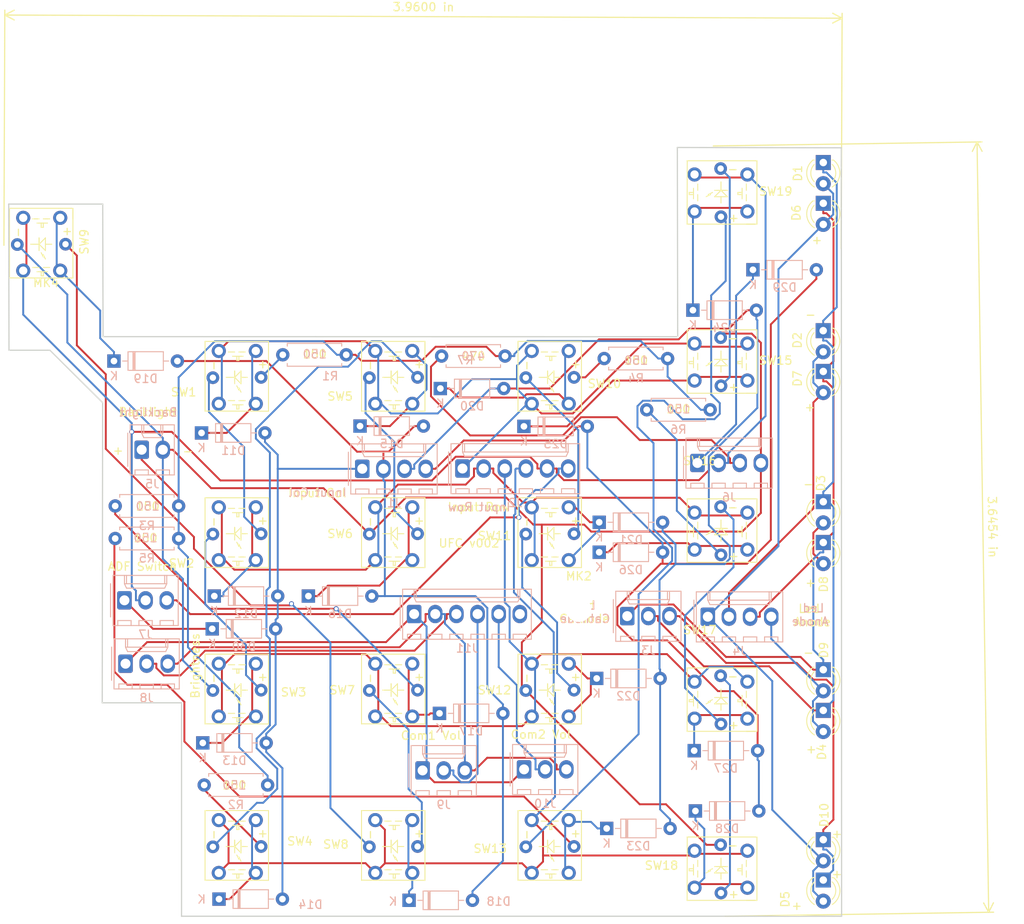
<source format=kicad_pcb>
(kicad_pcb (version 20171130) (host pcbnew "(5.1.5-0-10_14)")
  (title_block (title "UFC main board") (date 2018-01-04) (rev A))
  (layers (0 F.Cu signal) (31 B.Cu signal) (34 B.Paste user) (35 F.Paste user) (36 B.SilkS user) (37 F.SilkS user) (38 B.Mask user) (39 F.Mask user) (44 Edge.Cuts user))
  (net 0 "")
  (net 1 "/5(**)")
  (net 2 "/4(**)")
  (net 3 "/3(**)")
  (net 4 "/2(**)")
  (net 5 "Net-(SW1-Pad6)")
  (net 6 "Net-(SW2-Pad6)")
  (net 7 "Net-(SW4-Pad6)")
  (net 8 "Net-(SW5-Pad6)")
  (net 9 "Net-(SW7-Pad6)")
  (net 10 "Net-(SW8-Pad6)")
  (net 11 "Net-(SW10-Pad6)")
  (net 12 "Net-(SW11-Pad6)")
  (net 13 "Net-(SW13-Pad6)")
  (net 14 "Net-(SW15-Pad5)")
  (net 15 "Net-(SW16-Pad6)")
  (net 16 "Net-(SW17-Pad6)")
  (net 17 "Net-(D11-Pad1)")
  (net 18 "Net-(D12-Pad1)")
  (net 19 "Net-(D13-Pad1)")
  (net 20 "Net-(D14-Pad1)")
  (net 21 "Net-(D15-Pad1)")
  (net 22 "Net-(D16-Pad1)")
  (net 23 "Net-(D17-Pad1)")
  (net 24 "Net-(D18-Pad1)")
  (net 25 "Net-(D19-Pad1)")
  (net 26 "Net-(D20-Pad1)")
  (net 27 "Net-(D21-Pad1)")
  (net 28 "Net-(D22-Pad1)")
  (net 29 "Net-(D23-Pad1)")
  (net 30 "Net-(D24-Pad1)")
  (net 31 "Net-(D25-Pad1)")
  (net 32 "Net-(D26-Pad1)")
  (net 33 "Net-(D27-Pad1)")
  (net 34 "Net-(D28-Pad1)")
  (net 35 "Net-(D29-Pad1)")
  (net 36 /Bcklt+12V)
  (net 37 "Net-(R1-Pad1)")
  (net 38 "Net-(R2-Pad1)")
  (net 39 "Net-(R3-Pad1)")
  (net 40 "Net-(R4-Pad1)")
  (net 41 "Net-(R5-Pad1)")
  (net 42 "Net-(R6-Pad1)")
  (net 43 /BckltGND)
  (net 44 /LedCathode2)
  (net 45 /LedCathode3)
  (net 46 /LedCathode1)
  (net 47 /Col1)
  (net 48 /Col2)
  (net 49 /Col3)
  (net 50 /Col4)
  (net 51 /Row1)
  (net 52 /Row2)
  (net 53 /Row3)
  (net 54 /Row4)
  (net 55 /Row5)
  (net 56 /Row6)
  (net 57 "Net-(J6-Pad3)")
  (net 58 "Net-(D30-Pad1)")
  (net 59 "Net-(J10-Pad3)")
  (net 60 "Net-(J11-Pad3)")
  (net 61 "Net-(J10-Pad1)")
  (net 62 "Net-(J11-Pad4)")
  (net 63 "Net-(J10-Pad2)")
  (net 64 "Net-(J11-Pad6)")
  (module PT_Library_v001:Molex_1x06_P2.54mm_Vertical (layer B.Cu) (at 117.348 104.14)
    (fp_text reference J11 (at 6.35 4.12) (layer B.SilkS) (effects (justify mirror)))
    (fp_text value "Analog Out")
    (pad 6 thru_hole oval (at 12.7 0) (size 1.74 2.2) (drill 1.2) (layers *.Cu *.Mask) (net 64 "Net-(J11-Pad6)"))
    (pad 5 thru_hole oval (at 10.16 0) (size 1.74 2.2) (drill 1.2) (layers *.Cu *.Mask) (net 63 "Net-(J10-Pad2)"))
    (pad 4 thru_hole oval (at 7.62 0) (size 1.74 2.2) (drill 1.2) (layers *.Cu *.Mask) (net 62 "Net-(J11-Pad4)"))
    (pad 3 thru_hole oval (at 5.08 0) (size 1.74 2.2) (drill 1.2) (layers *.Cu *.Mask) (net 60 "Net-(J11-Pad3)"))
    (pad 2 thru_hole oval (at 2.54 0) (size 1.74 2.2) (drill 1.2) (layers *.Cu *.Mask) (net 59 "Net-(J10-Pad3)"))
    (pad 1 thru_hole roundrect (at 0 0) (size 1.74 2.2) (drill 1.2) (layers *.Cu *.Mask) (roundrect_rratio 0.143678) (net 61 "Net-(J10-Pad1)"))
  )
  (module PT_Library_v001:Molex_1x03_P2.54mm_Vertical (layer B.Cu) (at 130.556 122.809)
    (fp_text reference J10 (at 2.54 4.12) (layer B.SilkS) (effects (justify mirror)))
    (fp_text value "Com2 Vol")
    (pad 3 thru_hole oval (at 5.08 0) (size 1.74 2.2) (drill 1.2) (layers *.Cu *.Mask) (net 59 "Net-(J10-Pad3)"))
    (pad 2 thru_hole oval (at 2.54 0) (size 1.74 2.2) (drill 1.2) (layers *.Cu *.Mask) (net 63 "Net-(J10-Pad2)"))
    (pad 1 thru_hole roundrect (at 0 0) (size 1.74 2.2) (drill 1.2) (layers *.Cu *.Mask) (roundrect_rratio 0.143678) (net 61 "Net-(J10-Pad1)"))
  )
  (module PT_Library_v001:Molex_1x03_P2.54mm_Vertical (layer B.Cu) (at 118.364 122.936)
    (fp_text reference J9 (at 2.54 4.12) (layer B.SilkS) (effects (justify mirror)))
    (fp_text value "Com1 Vol")
    (pad 3 thru_hole oval (at 5.08 0) (size 1.74 2.2) (drill 1.2) (layers *.Cu *.Mask) (net 59 "Net-(J10-Pad3)"))
    (pad 2 thru_hole oval (at 2.54 0) (size 1.74 2.2) (drill 1.2) (layers *.Cu *.Mask) (net 62 "Net-(J11-Pad4)"))
    (pad 1 thru_hole roundrect (at 0 0) (size 1.74 2.2) (drill 1.2) (layers *.Cu *.Mask) (roundrect_rratio 0.143678) (net 61 "Net-(J10-Pad1)"))
  )
  (module PT_Library_v001:Molex_1x03_P2.54mm_Vertical (layer B.Cu) (at 82.677 110.109)
    (fp_text reference J8 (at 2.54 4.12) (layer B.SilkS) (effects (justify mirror)))
    (fp_text value Brightness)
    (pad 3 thru_hole oval (at 5.08 0) (size 1.74 2.2) (drill 1.2) (layers *.Cu *.Mask) (net 59 "Net-(J10-Pad3)"))
    (pad 2 thru_hole oval (at 2.54 0) (size 1.74 2.2) (drill 1.2) (layers *.Cu *.Mask) (net 60 "Net-(J11-Pad3)"))
    (pad 1 thru_hole roundrect (at 0 0) (size 1.74 2.2) (drill 1.2) (layers *.Cu *.Mask) (roundrect_rratio 0.143678) (net 61 "Net-(J10-Pad1)"))
  )
  (module PT_Library_v001:Molex_1x03_P2.54mm_Vertical (layer B.Cu) (at 82.55 102.489)
    (fp_text reference J7 (at 2.54 4.12) (layer B.SilkS) (effects (justify mirror)))
    (fp_text value "ADF Switch")
    (pad 3 thru_hole oval (at 5.08 0) (size 1.74 2.2) (drill 1.2) (layers *.Cu *.Mask) (net 56 /Row6))
    (pad 2 thru_hole oval (at 2.54 0) (size 1.74 2.2) (drill 1.2) (layers *.Cu *.Mask) (net 55 /Row5))
    (pad 1 thru_hole roundrect (at 0 0) (size 1.74 2.2) (drill 1.2) (layers *.Cu *.Mask) (roundrect_rratio 0.143678) (net 58 "Net-(D30-Pad1)"))
  )
  (module Diode_THT:D_DO-35_SOD27_P7.62mm_Horizontal (layer B.Cu) (at 93.091 105.918)
    (fp_text reference D30 (at 3.81 2.12) (layer B.SilkS) (effects (justify mirror)))
    (fp_text value 1N4148)
    (fp_text user K (at 0 1.8) (layer B.SilkS) (effects (justify mirror)))
    (pad 2 thru_hole oval (at 7.62 0) (size 1.6 1.6) (drill 0.8) (layers *.Cu *.Mask) (net 47 /Col1))
    (pad 1 thru_hole rect (at 0 0) (size 1.6 1.6) (drill 0.8) (layers *.Cu *.Mask) (net 58 "Net-(D30-Pad1)"))
  )
  (module MountingHole:MountingHole_3mm (layer F.Cu) (at 137.134 103.589)
    (fp_text reference MK2 (at 0 -4) (layer F.SilkS))
    (fp_text value Mounting_Hole)
    (pad 1 np_thru_hole circle (at 0 0) (size 3 3) (drill 3) (layers *.Cu *.Mask))
  )
  (module PT_Library_v001:Molex_1x04_P2.54mm_Vertical (layer B.Cu) (at 151.384 85.979)
    (fp_text reference J6 (at 3.81 4.12) (layer B.SilkS) (effects (justify mirror)))
    (fp_text value "EM Con")
    (pad 4 thru_hole oval (at 7.62 0) (size 1.74 2.2) (drill 1.2) (layers *.Cu *.Mask) (net 43 /BckltGND))
    (pad 3 thru_hole oval (at 5.08 0) (size 1.74 2.2) (drill 1.2) (layers *.Cu *.Mask) (net 57 "Net-(J6-Pad3)"))
    (pad 2 thru_hole oval (at 2.54 0) (size 1.74 2.2) (drill 1.2) (layers *.Cu *.Mask) (net 55 /Row5))
    (pad 1 thru_hole roundrect (at 0 0) (size 1.74 2.2) (drill 1.2) (layers *.Cu *.Mask) (roundrect_rratio 0.143678) (net 35 "Net-(D29-Pad1)"))
  )
  (module PT_Library_v001:Molex_1x04_P2.54mm_Vertical (layer B.Cu) (at 152.63 104.46)
    (fp_text reference J4 (at 3.81 4.12) (layer B.SilkS) (effects (justify mirror)))
    (fp_text value Conn_01x04_Female)
    (pad 4 thru_hole oval (at 7.62 0) (size 1.74 2.2) (drill 1.2) (layers *.Cu *.Mask) (net 1 "/5(**)"))
    (pad 3 thru_hole oval (at 5.08 0) (size 1.74 2.2) (drill 1.2) (layers *.Cu *.Mask) (net 2 "/4(**)"))
    (pad 2 thru_hole oval (at 2.54 0) (size 1.74 2.2) (drill 1.2) (layers *.Cu *.Mask) (net 3 "/3(**)"))
    (pad 1 thru_hole roundrect (at 0 0) (size 1.74 2.2) (drill 1.2) (layers *.Cu *.Mask) (roundrect_rratio 0.143678) (net 4 "/2(**)"))
  )
  (module PT_Library_v001:Molex_1x06_P2.54mm_Vertical (layer B.Cu) (at 123.16 86.65)
    (fp_text reference J2 (at 6.35 4.12) (layer B.SilkS) (effects (justify mirror)))
    (fp_text value Conn_01x06_Female)
    (pad 6 thru_hole oval (at 12.7 0) (size 1.74 2.2) (drill 1.2) (layers *.Cu *.Mask) (net 56 /Row6))
    (pad 5 thru_hole oval (at 10.16 0) (size 1.74 2.2) (drill 1.2) (layers *.Cu *.Mask) (net 55 /Row5))
    (pad 4 thru_hole oval (at 7.62 0) (size 1.74 2.2) (drill 1.2) (layers *.Cu *.Mask) (net 54 /Row4))
    (pad 3 thru_hole oval (at 5.08 0) (size 1.74 2.2) (drill 1.2) (layers *.Cu *.Mask) (net 53 /Row3))
    (pad 2 thru_hole oval (at 2.54 0) (size 1.74 2.2) (drill 1.2) (layers *.Cu *.Mask) (net 52 /Row2))
    (pad 1 thru_hole roundrect (at 0 0) (size 1.74 2.2) (drill 1.2) (layers *.Cu *.Mask) (roundrect_rratio 0.143678) (net 51 /Row1))
  )
  (module PT_Library_v001:Molex_1x04_P2.54mm_Vertical (layer B.Cu) (at 111.12 86.68)
    (fp_text reference J1 (at 3.81 4.12) (layer B.SilkS) (effects (justify mirror)))
    (fp_text value Conn_01x04_Female)
    (pad 4 thru_hole oval (at 7.62 0) (size 1.74 2.2) (drill 1.2) (layers *.Cu *.Mask) (net 50 /Col4))
    (pad 3 thru_hole oval (at 5.08 0) (size 1.74 2.2) (drill 1.2) (layers *.Cu *.Mask) (net 49 /Col3))
    (pad 2 thru_hole oval (at 2.54 0) (size 1.74 2.2) (drill 1.2) (layers *.Cu *.Mask) (net 48 /Col2))
    (pad 1 thru_hole roundrect (at 0 0) (size 1.74 2.2) (drill 1.2) (layers *.Cu *.Mask) (roundrect_rratio 0.143678) (net 47 /Col1))
  )
  (module MountingHole:MountingHole_3.2mm_M3 (layer F.Cu) (at 143.66 123.49)
    (fp_text reference H5 hide)
    (fp_text value MountingHole)
    (pad 1 np_thru_hole circle (at 0 0) (size 3.2 3.2) (drill 3.2) (layers *.Cu *.Mask))
  )
  (module MountingHole:MountingHole_3.2mm_M3 (layer F.Cu) (at 143.66 85.11)
    (fp_text reference H4 hide)
    (fp_text value MountingHole)
    (pad 1 np_thru_hole circle (at 0 0) (size 3.2 3.2) (drill 3.2) (layers *.Cu *.Mask))
  )
  (module MountingHole:MountingHole_3.2mm_M3 (layer F.Cu) (at 104.97 122.73)
    (fp_text reference H3 hide)
    (fp_text value MountingHole)
    (pad 1 np_thru_hole circle (at 0 0) (size 3.2 3.2) (drill 3.2) (layers *.Cu *.Mask))
  )
  (module MountingHole:MountingHole_3.2mm_M3 (layer F.Cu) (at 104.97 84.21)
    (fp_text reference H2 hide)
    (fp_text value MountingHole)
    (pad 1 np_thru_hole circle (at 0 0) (size 3.2 3.2) (drill 3.2) (layers *.Cu *.Mask))
  )
  (module MountingHole:MountingHole_3mm (layer F.Cu) (at 73.13 68.33)
    (fp_text reference MK4 (at 0 -4) (layer F.SilkS))
    (fp_text value Mounting_Hole)
    (pad 1 np_thru_hole circle (at 0 0) (size 3 3) (drill 3) (layers *.Cu *.Mask))
  )
  (module PT_Library_v001:Molex_1x02_P2.54mm_Vertical (layer B.Cu) (at 84.62 84.39)
    (fp_text reference J5 (at 1.27 4.12) (layer B.SilkS) (effects (justify mirror)))
    (fp_text value Conn_01x02_Female)
    (pad 2 thru_hole oval (at 2.54 0) (size 1.74 2.2) (drill 1.2) (layers *.Cu *.Mask) (net 43 /BckltGND))
    (pad 1 thru_hole roundrect (at 0 0) (size 1.74 2.2) (drill 1.2) (layers *.Cu *.Mask) (roundrect_rratio 0.143678) (net 36 /Bcklt+12V))
  )
  (module PT_Library_v001:Molex_1x03_P2.54mm_Vertical (layer B.Cu) (at 142.95 104.39)
    (fp_text reference J3 (at 2.54 4.12 180) (layer B.SilkS) (effects (justify mirror)))
    (fp_text value Conn_01x03_Female)
    (pad 3 thru_hole oval (at 5.08 0) (size 1.74 2.2) (drill 1.2) (layers *.Cu *.Mask) (net 45 /LedCathode3))
    (pad 2 thru_hole oval (at 2.54 0) (size 1.74 2.2) (drill 1.2) (layers *.Cu *.Mask) (net 44 /LedCathode2))
    (pad 1 thru_hole roundrect (at 0 0) (size 1.74 2.2) (drill 1.2) (layers *.Cu *.Mask) (roundrect_rratio 0.143678) (net 46 /LedCathode1))
  )
  (module MountingHole:MountingHole_3.2mm_M3 (layer F.Cu) (at 152.87 61.3)
    (fp_text reference H1 hide)
    (fp_text value MountingHole)
    (pad 1 np_thru_hole circle (at 0 0) (size 3.2 3.2) (drill 3.2) (layers *.Cu *.Mask))
  )
  (module PT_Library_v001:R_Axial_DIN0207_L6.3mm_D2.5mm_P7.62mm_Horizontal (layer B.Cu) (at 120.65 73.13)
    (fp_text reference R7 (at 2.86 0.49) (layer B.SilkS) (effects (justify mirror)))
    (fp_text value 470)
    (pad 2 thru_hole oval (at 7.62 0) (size 1.6 1.6) (drill 0.8) (layers *.Cu *.Mask) (net 36 /Bcklt+12V))
    (pad 1 thru_hole circle (at 0 0) (size 1.6 1.6) (drill 0.8) (layers *.Cu *.Mask) (net 57 "Net-(J6-Pad3)"))
  )
  (module PT_Library_v001:R_Axial_DIN0207_L6.3mm_D2.5mm_P7.62mm_Horizontal (layer B.Cu) (at 145.29 79.59)
    (fp_text reference R6 (at 3.81 2.37) (layer B.SilkS) (effects (justify mirror)))
    (fp_text value 150)
    (pad 2 thru_hole oval (at 7.62 0) (size 1.6 1.6) (drill 0.8) (layers *.Cu *.Mask) (net 36 /Bcklt+12V))
    (pad 1 thru_hole circle (at 0 0) (size 1.6 1.6) (drill 0.8) (layers *.Cu *.Mask) (net 42 "Net-(R6-Pad1)"))
  )
  (module PT_Library_v001:R_Axial_DIN0207_L6.3mm_D2.5mm_P7.62mm_Horizontal (layer B.Cu) (at 81.44 95.06)
    (fp_text reference R5 (at 3.81 2.37) (layer B.SilkS) (effects (justify mirror)))
    (fp_text value 150)
    (pad 2 thru_hole oval (at 7.62 0) (size 1.6 1.6) (drill 0.8) (layers *.Cu *.Mask) (net 36 /Bcklt+12V))
    (pad 1 thru_hole circle (at 0 0) (size 1.6 1.6) (drill 0.8) (layers *.Cu *.Mask) (net 41 "Net-(R5-Pad1)"))
  )
  (module PT_Library_v001:R_Axial_DIN0207_L6.3mm_D2.5mm_P7.62mm_Horizontal (layer B.Cu) (at 140.18 73.43)
    (fp_text reference R4 (at 3.81 2.37) (layer B.SilkS) (effects (justify mirror)))
    (fp_text value 150)
    (pad 2 thru_hole oval (at 7.62 0) (size 1.6 1.6) (drill 0.8) (layers *.Cu *.Mask) (net 36 /Bcklt+12V))
    (pad 1 thru_hole circle (at 0 0) (size 1.6 1.6) (drill 0.8) (layers *.Cu *.Mask) (net 40 "Net-(R4-Pad1)"))
  )
  (module PT_Library_v001:R_Axial_DIN0207_L6.3mm_D2.5mm_P7.62mm_Horizontal (layer B.Cu) (at 81.44 91.15)
    (fp_text reference R3 (at 3.81 2.37) (layer B.SilkS) (effects (justify mirror)))
    (fp_text value 150)
    (pad 2 thru_hole oval (at 7.62 0) (size 1.6 1.6) (drill 0.8) (layers *.Cu *.Mask) (net 36 /Bcklt+12V))
    (pad 1 thru_hole circle (at 0 0) (size 1.6 1.6) (drill 0.8) (layers *.Cu *.Mask) (net 39 "Net-(R3-Pad1)"))
  )
  (module PT_Library_v001:R_Axial_DIN0207_L6.3mm_D2.5mm_P7.62mm_Horizontal (layer B.Cu) (at 92.13 124.69)
    (fp_text reference R2 (at 3.81 2.37) (layer B.SilkS) (effects (justify mirror)))
    (fp_text value 150)
    (pad 2 thru_hole oval (at 7.62 0) (size 1.6 1.6) (drill 0.8) (layers *.Cu *.Mask) (net 36 /Bcklt+12V))
    (pad 1 thru_hole circle (at 0 0) (size 1.6 1.6) (drill 0.8) (layers *.Cu *.Mask) (net 38 "Net-(R2-Pad1)"))
  )
  (module PT_Library_v001:R_Axial_DIN0207_L6.3mm_D2.5mm_P7.62mm_Horizontal (layer B.Cu) (at 101.57 72.98)
    (fp_text reference R1 (at 5.69 2.56) (layer B.SilkS) (effects (justify mirror)))
    (fp_text value 150)
    (pad 2 thru_hole oval (at 7.62 0) (size 1.6 1.6) (drill 0.8) (layers *.Cu *.Mask) (net 36 /Bcklt+12V))
    (pad 1 thru_hole circle (at 0 0) (size 1.6 1.6) (drill 0.8) (layers *.Cu *.Mask) (net 37 "Net-(R1-Pad1)"))
  )
  (module Diode_THT:D_DO-35_SOD27_P7.62mm_Horizontal (layer B.Cu) (at 158.05 62.76)
    (fp_text reference D29 (at 3.81 2.12) (layer B.SilkS) (effects (justify mirror)))
    (fp_text value 1N4148)
    (fp_text user K (at 0 1.8) (layer B.SilkS) (effects (justify mirror)))
    (pad 2 thru_hole oval (at 7.62 0) (size 1.6 1.6) (drill 0.8) (layers *.Cu *.Mask) (net 50 /Col4))
    (pad 1 thru_hole rect (at 0 0) (size 1.6 1.6) (drill 0.8) (layers *.Cu *.Mask) (net 35 "Net-(D29-Pad1)"))
  )
  (module Diode_THT:D_DO-35_SOD27_P7.62mm_Horizontal (layer B.Cu) (at 151.14 127.81)
    (fp_text reference D28 (at 3.81 2.12) (layer B.SilkS) (effects (justify mirror)))
    (fp_text value 1N4148)
    (fp_text user K (at 0 1.8) (layer B.SilkS) (effects (justify mirror)))
    (pad 2 thru_hole oval (at 7.62 0) (size 1.6 1.6) (drill 0.8) (layers *.Cu *.Mask) (net 50 /Col4))
    (pad 1 thru_hole rect (at 0 0) (size 1.6 1.6) (drill 0.8) (layers *.Cu *.Mask) (net 34 "Net-(D28-Pad1)"))
  )
  (module Diode_THT:D_DO-35_SOD27_P7.62mm_Horizontal (layer B.Cu) (at 150.99 120.56)
    (fp_text reference D27 (at 3.81 2.12) (layer B.SilkS) (effects (justify mirror)))
    (fp_text value 1N4148)
    (fp_text user K (at 0 1.8) (layer B.SilkS) (effects (justify mirror)))
    (pad 2 thru_hole oval (at 7.62 0) (size 1.6 1.6) (drill 0.8) (layers *.Cu *.Mask) (net 50 /Col4))
    (pad 1 thru_hole rect (at 0 0) (size 1.6 1.6) (drill 0.8) (layers *.Cu *.Mask) (net 33 "Net-(D27-Pad1)"))
  )
  (module Diode_THT:D_DO-35_SOD27_P7.62mm_Horizontal (layer B.Cu) (at 139.58 96.71)
    (fp_text reference D26 (at 3.81 2.12) (layer B.SilkS) (effects (justify mirror)))
    (fp_text value 1N4148)
    (fp_text user K (at 0 1.8) (layer B.SilkS) (effects (justify mirror)))
    (pad 2 thru_hole oval (at 7.62 0) (size 1.6 1.6) (drill 0.8) (layers *.Cu *.Mask) (net 50 /Col4))
    (pad 1 thru_hole rect (at 0 0) (size 1.6 1.6) (drill 0.8) (layers *.Cu *.Mask) (net 32 "Net-(D26-Pad1)"))
  )
  (module Diode_THT:D_DO-35_SOD27_P7.62mm_Horizontal (layer B.Cu) (at 130.54 81.58)
    (fp_text reference D25 (at 3.81 2.12) (layer B.SilkS) (effects (justify mirror)))
    (fp_text value 1N4148)
    (fp_text user K (at 0 1.8) (layer B.SilkS) (effects (justify mirror)))
    (pad 2 thru_hole oval (at 7.62 0) (size 1.6 1.6) (drill 0.8) (layers *.Cu *.Mask) (net 50 /Col4))
    (pad 1 thru_hole rect (at 0 0) (size 1.6 1.6) (drill 0.8) (layers *.Cu *.Mask) (net 31 "Net-(D25-Pad1)"))
  )
  (module Diode_THT:D_DO-35_SOD27_P7.62mm_Horizontal (layer B.Cu) (at 150.84 67.62)
    (fp_text reference D24 (at 3.81 2.12) (layer B.SilkS) (effects (justify mirror)))
    (fp_text value 1N4148)
    (fp_text user K (at 0 1.8) (layer B.SilkS) (effects (justify mirror)))
    (pad 2 thru_hole oval (at 7.62 0) (size 1.6 1.6) (drill 0.8) (layers *.Cu *.Mask) (net 49 /Col3))
    (pad 1 thru_hole rect (at 0 0) (size 1.6 1.6) (drill 0.8) (layers *.Cu *.Mask) (net 30 "Net-(D24-Pad1)"))
  )
  (module Diode_THT:D_DO-35_SOD27_P7.62mm_Horizontal (layer B.Cu) (at 140.48 129.91)
    (fp_text reference D23 (at 3.81 2.12) (layer B.SilkS) (effects (justify mirror)))
    (fp_text value 1N4148)
    (fp_text user K (at 0 1.8) (layer B.SilkS) (effects (justify mirror)))
    (pad 2 thru_hole oval (at 7.62 0) (size 1.6 1.6) (drill 0.8) (layers *.Cu *.Mask) (net 49 /Col3))
    (pad 1 thru_hole rect (at 0 0) (size 1.6 1.6) (drill 0.8) (layers *.Cu *.Mask) (net 29 "Net-(D23-Pad1)"))
  )
  (module Diode_THT:D_DO-35_SOD27_P7.62mm_Horizontal (layer B.Cu) (at 139.28 111.88)
    (fp_text reference D22 (at 3.81 2.12) (layer B.SilkS) (effects (justify mirror)))
    (fp_text value 1N4148)
    (fp_text user K (at 0 1.8) (layer B.SilkS) (effects (justify mirror)))
    (pad 2 thru_hole oval (at 7.62 0) (size 1.6 1.6) (drill 0.8) (layers *.Cu *.Mask) (net 49 /Col3))
    (pad 1 thru_hole rect (at 0 0) (size 1.6 1.6) (drill 0.8) (layers *.Cu *.Mask) (net 28 "Net-(D22-Pad1)"))
  )
  (module Diode_THT:D_DO-35_SOD27_P7.62mm_Horizontal (layer B.Cu) (at 139.58 93.11)
    (fp_text reference D21 (at 3.81 2.12) (layer B.SilkS) (effects (justify mirror)))
    (fp_text value 1N4148)
    (fp_text user K (at 0 1.8) (layer B.SilkS) (effects (justify mirror)))
    (pad 2 thru_hole oval (at 7.62 0) (size 1.6 1.6) (drill 0.8) (layers *.Cu *.Mask) (net 49 /Col3))
    (pad 1 thru_hole rect (at 0 0) (size 1.6 1.6) (drill 0.8) (layers *.Cu *.Mask) (net 27 "Net-(D21-Pad1)"))
  )
  (module Diode_THT:D_DO-35_SOD27_P7.62mm_Horizontal (layer B.Cu) (at 120.5 77.03)
    (fp_text reference D20 (at 3.81 2.12) (layer B.SilkS) (effects (justify mirror)))
    (fp_text value 1N4148)
    (fp_text user K (at 0 1.8) (layer B.SilkS) (effects (justify mirror)))
    (pad 2 thru_hole oval (at 7.62 0) (size 1.6 1.6) (drill 0.8) (layers *.Cu *.Mask) (net 49 /Col3))
    (pad 1 thru_hole rect (at 0 0) (size 1.6 1.6) (drill 0.8) (layers *.Cu *.Mask) (net 26 "Net-(D20-Pad1)"))
  )
  (module Diode_THT:D_DO-35_SOD27_P7.62mm_Horizontal (layer B.Cu) (at 81.29 73.73)
    (fp_text reference D19 (at 3.81 2.12) (layer B.SilkS) (effects (justify mirror)))
    (fp_text value 1N4148)
    (fp_text user K (at 0 1.8) (layer B.SilkS) (effects (justify mirror)))
    (pad 2 thru_hole oval (at 7.62 0) (size 1.6 1.6) (drill 0.8) (layers *.Cu *.Mask) (net 48 /Col2))
    (pad 1 thru_hole rect (at 0 0) (size 1.6 1.6) (drill 0.8) (layers *.Cu *.Mask) (net 25 "Net-(D19-Pad1)"))
  )
  (module Diode_THT:D_DO-35_SOD27_P7.62mm_Horizontal (layer B.Cu) (at 116.74 138.55)
    (fp_text reference D18 (at 10.768 0.134) (layer B.SilkS) (effects (justify mirror)))
    (fp_text value 1N4148)
    (fp_text user K (at -1.932 0.134) (layer B.SilkS) (effects (justify mirror)))
    (pad 2 thru_hole oval (at 7.62 0) (size 1.6 1.6) (drill 0.8) (layers *.Cu *.Mask) (net 48 /Col2))
    (pad 1 thru_hole rect (at 0 0) (size 1.6 1.6) (drill 0.8) (layers *.Cu *.Mask) (net 24 "Net-(D18-Pad1)"))
  )
  (module Diode_THT:D_DO-35_SOD27_P7.62mm_Horizontal (layer B.Cu) (at 120.396 116.078)
    (fp_text reference D17 (at 3.81 2.12) (layer B.SilkS) (effects (justify mirror)))
    (fp_text value 1N4148)
    (fp_text user K (at 0 1.8) (layer B.SilkS) (effects (justify mirror)))
    (pad 2 thru_hole oval (at 7.62 0) (size 1.6 1.6) (drill 0.8) (layers *.Cu *.Mask) (net 48 /Col2))
    (pad 1 thru_hole rect (at 0 0) (size 1.6 1.6) (drill 0.8) (layers *.Cu *.Mask) (net 23 "Net-(D17-Pad1)"))
  )
  (module Diode_THT:D_DO-35_SOD27_P7.62mm_Horizontal (layer B.Cu) (at 104.648 101.981)
    (fp_text reference D16 (at 3.81 2.12) (layer B.SilkS) (effects (justify mirror)))
    (fp_text value 1N4148)
    (fp_text user K (at 0 1.8) (layer B.SilkS) (effects (justify mirror)))
    (pad 2 thru_hole oval (at 7.62 0) (size 1.6 1.6) (drill 0.8) (layers *.Cu *.Mask) (net 48 /Col2))
    (pad 1 thru_hole rect (at 0 0) (size 1.6 1.6) (drill 0.8) (layers *.Cu *.Mask) (net 22 "Net-(D16-Pad1)"))
  )
  (module Diode_THT:D_DO-35_SOD27_P7.62mm_Horizontal (layer B.Cu) (at 110.85 81.55)
    (fp_text reference D15 (at 3.81 2.12) (layer B.SilkS) (effects (justify mirror)))
    (fp_text value 1N4148)
    (fp_text user K (at 0 1.8) (layer B.SilkS) (effects (justify mirror)))
    (pad 2 thru_hole oval (at 7.62 0) (size 1.6 1.6) (drill 0.8) (layers *.Cu *.Mask) (net 48 /Col2))
    (pad 1 thru_hole rect (at 0 0) (size 1.6 1.6) (drill 0.8) (layers *.Cu *.Mask) (net 21 "Net-(D15-Pad1)"))
  )
  (module Diode_THT:D_DO-35_SOD27_P7.62mm_Horizontal (layer B.Cu) (at 93.91 138.4)
    (fp_text reference D14 (at 10.992 0.665) (layer B.SilkS) (effects (justify mirror)))
    (fp_text value 1N4148)
    (fp_text user K (at -2.089 0.03) (layer B.SilkS) (effects (justify mirror)))
    (pad 2 thru_hole oval (at 7.62 0) (size 1.6 1.6) (drill 0.8) (layers *.Cu *.Mask) (net 47 /Col1))
    (pad 1 thru_hole rect (at 0 0) (size 1.6 1.6) (drill 0.8) (layers *.Cu *.Mask) (net 20 "Net-(D14-Pad1)"))
  )
  (module Diode_THT:D_DO-35_SOD27_P7.62mm_Horizontal (layer B.Cu) (at 91.96 119.63)
    (fp_text reference D13 (at 3.81 2.12) (layer B.SilkS) (effects (justify mirror)))
    (fp_text value 1N4148)
    (fp_text user K (at 0 1.8) (layer B.SilkS) (effects (justify mirror)))
    (pad 2 thru_hole oval (at 7.62 0) (size 1.6 1.6) (drill 0.8) (layers *.Cu *.Mask) (net 47 /Col1))
    (pad 1 thru_hole rect (at 0 0) (size 1.6 1.6) (drill 0.8) (layers *.Cu *.Mask) (net 19 "Net-(D13-Pad1)"))
  )
  (module Diode_THT:D_DO-35_SOD27_P7.62mm_Horizontal (layer B.Cu) (at 93.345 101.981)
    (fp_text reference D12 (at 3.81 2.12) (layer B.SilkS) (effects (justify mirror)))
    (fp_text value 1N4148)
    (fp_text user K (at 0 1.8) (layer B.SilkS) (effects (justify mirror)))
    (pad 2 thru_hole oval (at 7.62 0) (size 1.6 1.6) (drill 0.8) (layers *.Cu *.Mask) (net 47 /Col1))
    (pad 1 thru_hole rect (at 0 0) (size 1.6 1.6) (drill 0.8) (layers *.Cu *.Mask) (net 18 "Net-(D12-Pad1)"))
  )
  (module Diode_THT:D_DO-35_SOD27_P7.62mm_Horizontal (layer B.Cu) (at 91.81 82.37)
    (fp_text reference D11 (at 3.81 2.12) (layer B.SilkS) (effects (justify mirror)))
    (fp_text value 1N4148)
    (fp_text user K (at 0 1.8) (layer B.SilkS) (effects (justify mirror)))
    (pad 2 thru_hole oval (at 7.62 0) (size 1.6 1.6) (drill 0.8) (layers *.Cu *.Mask) (net 47 /Col1))
    (pad 1 thru_hole rect (at 0 0) (size 1.6 1.6) (drill 0.8) (layers *.Cu *.Mask) (net 17 "Net-(D11-Pad1)"))
  )
  (module PT_Library_v001:PT_Small_Tactile_Switch_With_LED (layer F.Cu) (at 154.21 53.467 180)
    (fp_text reference SW19 (at -6.572 0.127) (layer F.SilkS))
    (fp_text value OPT1)
    (fp_text user - (at -1.42 2.81) (layer F.SilkS))
    (fp_text user + (at -1.524 -3.048) (layer F.SilkS))
    (pad 6 thru_hole circle (at 0.04 2.87 180) (size 1.524 1.524) (drill 0.762) (layers *.Cu *.Mask) (net 14 "Net-(SW15-Pad5)"))
    (pad 5 thru_hole circle (at 0 -2.921 180) (size 1.524 1.524) (drill 0.762) (layers *.Cu *.Mask) (net 13 "Net-(SW13-Pad6)"))
    (pad 4 thru_hole circle (at 3.175 2.159 180) (size 1.7 1.7) (drill 1) (layers *.Cu *.Mask) (net 55 /Row5))
    (pad 3 thru_hole circle (at -3.175 2.159 180) (size 1.7 1.7) (drill 1) (layers *.Cu *.Mask) (net 55 /Row5))
    (pad 2 thru_hole circle (at 3.175 -2.286 180) (size 1.7 1.7) (drill 1) (layers *.Cu *.Mask) (net 30 "Net-(D24-Pad1)"))
    (pad 1 thru_hole circle (at -3.175 -2.286 180) (size 1.7 1.7) (drill 1) (layers *.Cu *.Mask) (net 30 "Net-(D24-Pad1)"))
  )
  (module PT_Library_v001:PT_Small_Tactile_Switch_With_LED (layer F.Cu) (at 154.21 134.747 180)
    (fp_text reference SW18 (at 7.144 0.381) (layer F.SilkS))
    (fp_text value OPT5)
    (fp_text user - (at -1.42 2.81) (layer F.SilkS))
    (fp_text user + (at -1.524 -3.048) (layer F.SilkS))
    (pad 6 thru_hole circle (at 0.04 2.87 180) (size 1.524 1.524) (drill 0.762) (layers *.Cu *.Mask) (net 43 /BckltGND))
    (pad 5 thru_hole circle (at 0 -2.921 180) (size 1.524 1.524) (drill 0.762) (layers *.Cu *.Mask) (net 16 "Net-(SW17-Pad6)"))
    (pad 4 thru_hole circle (at 3.175 2.159 180) (size 1.7 1.7) (drill 1) (layers *.Cu *.Mask) (net 54 /Row4))
    (pad 3 thru_hole circle (at -3.175 2.159 180) (size 1.7 1.7) (drill 1) (layers *.Cu *.Mask) (net 54 /Row4))
    (pad 2 thru_hole circle (at 3.175 -2.286 180) (size 1.7 1.7) (drill 1) (layers *.Cu *.Mask) (net 34 "Net-(D28-Pad1)"))
    (pad 1 thru_hole circle (at -3.175 -2.286 180) (size 1.7 1.7) (drill 1) (layers *.Cu *.Mask) (net 34 "Net-(D28-Pad1)"))
  )
  (module PT_Library_v001:PT_Small_Tactile_Switch_With_LED (layer F.Cu) (at 154.21 114.427 180)
    (fp_text reference SW17 (at 2.54 8.374) (layer F.SilkS))
    (fp_text value OPT4)
    (fp_text user - (at -1.42 2.81) (layer F.SilkS))
    (fp_text user + (at -1.524 -3.048) (layer F.SilkS))
    (pad 6 thru_hole circle (at 0.04 2.87 180) (size 1.524 1.524) (drill 0.762) (layers *.Cu *.Mask) (net 16 "Net-(SW17-Pad6)"))
    (pad 5 thru_hole circle (at 0 -2.921 180) (size 1.524 1.524) (drill 0.762) (layers *.Cu *.Mask) (net 15 "Net-(SW16-Pad6)"))
    (pad 4 thru_hole circle (at 3.175 2.159 180) (size 1.7 1.7) (drill 1) (layers *.Cu *.Mask) (net 53 /Row3))
    (pad 3 thru_hole circle (at -3.175 2.159 180) (size 1.7 1.7) (drill 1) (layers *.Cu *.Mask) (net 53 /Row3))
    (pad 2 thru_hole circle (at 3.175 -2.286 180) (size 1.7 1.7) (drill 1) (layers *.Cu *.Mask) (net 33 "Net-(D27-Pad1)"))
    (pad 1 thru_hole circle (at -3.175 -2.286 180) (size 1.7 1.7) (drill 1) (layers *.Cu *.Mask) (net 33 "Net-(D27-Pad1)"))
  )
  (module PT_Library_v001:PT_Small_Tactile_Switch_With_LED (layer F.Cu) (at 154.21 94.107 180)
    (fp_text reference SW16 (at 2.54 8.374) (layer F.SilkS))
    (fp_text value OPT3)
    (fp_text user - (at -1.42 2.81) (layer F.SilkS))
    (fp_text user + (at -1.524 -3.048) (layer F.SilkS))
    (pad 6 thru_hole circle (at 0.04 2.87 180) (size 1.524 1.524) (drill 0.762) (layers *.Cu *.Mask) (net 15 "Net-(SW16-Pad6)"))
    (pad 5 thru_hole circle (at 0 -2.921 180) (size 1.524 1.524) (drill 0.762) (layers *.Cu *.Mask) (net 42 "Net-(R6-Pad1)"))
    (pad 4 thru_hole circle (at 3.175 2.159 180) (size 1.7 1.7) (drill 1) (layers *.Cu *.Mask) (net 52 /Row2))
    (pad 3 thru_hole circle (at -3.175 2.159 180) (size 1.7 1.7) (drill 1) (layers *.Cu *.Mask) (net 52 /Row2))
    (pad 2 thru_hole circle (at 3.175 -2.286 180) (size 1.7 1.7) (drill 1) (layers *.Cu *.Mask) (net 32 "Net-(D26-Pad1)"))
    (pad 1 thru_hole circle (at -3.175 -2.286 180) (size 1.7 1.7) (drill 1) (layers *.Cu *.Mask) (net 32 "Net-(D26-Pad1)"))
  )
  (module PT_Library_v001:PT_Small_Tactile_Switch_With_LED (layer F.Cu) (at 154.21 73.787 180)
    (fp_text reference SW15 (at -6.572 0.127) (layer F.SilkS))
    (fp_text value OPT2)
    (fp_text user - (at -1.42 2.81) (layer F.SilkS))
    (fp_text user + (at -1.524 -3.048) (layer F.SilkS))
    (pad 6 thru_hole circle (at 0.04 2.87 180) (size 1.524 1.524) (drill 0.762) (layers *.Cu *.Mask) (net 43 /BckltGND))
    (pad 5 thru_hole circle (at 0 -2.921 180) (size 1.524 1.524) (drill 0.762) (layers *.Cu *.Mask) (net 14 "Net-(SW15-Pad5)"))
    (pad 4 thru_hole circle (at 3.175 2.159 180) (size 1.7 1.7) (drill 1) (layers *.Cu *.Mask) (net 51 /Row1))
    (pad 3 thru_hole circle (at -3.175 2.159 180) (size 1.7 1.7) (drill 1) (layers *.Cu *.Mask) (net 51 /Row1))
    (pad 2 thru_hole circle (at 3.175 -2.286 180) (size 1.7 1.7) (drill 1) (layers *.Cu *.Mask) (net 31 "Net-(D25-Pad1)"))
    (pad 1 thru_hole circle (at -3.175 -2.286 180) (size 1.7 1.7) (drill 1) (layers *.Cu *.Mask) (net 31 "Net-(D25-Pad1)"))
  )
  (module PT_Library_v001:PT_Small_Tactile_Switch_With_LED (layer F.Cu) (at 133.636 132.08 270)
    (fp_text reference SW13 (at 0.254 7.144 180) (layer F.SilkS))
    (fp_text value ENT)
    (fp_text user - (at -1.42 2.81 90) (layer F.SilkS))
    (fp_text user + (at -1.524 -3.048 90) (layer F.SilkS))
    (pad 6 thru_hole circle (at 0.04 2.87 270) (size 1.524 1.524) (drill 0.762) (layers *.Cu *.Mask) (net 13 "Net-(SW13-Pad6)"))
    (pad 5 thru_hole circle (at 0 -2.921 270) (size 1.524 1.524) (drill 0.762) (layers *.Cu *.Mask) (net 41 "Net-(R5-Pad1)"))
    (pad 4 thru_hole circle (at 3.175 2.159 270) (size 1.7 1.7) (drill 1) (layers *.Cu *.Mask) (net 54 /Row4))
    (pad 3 thru_hole circle (at -3.175 2.159 270) (size 1.7 1.7) (drill 1) (layers *.Cu *.Mask) (net 54 /Row4))
    (pad 2 thru_hole circle (at 3.175 -2.286 270) (size 1.7 1.7) (drill 1) (layers *.Cu *.Mask) (net 29 "Net-(D23-Pad1)"))
    (pad 1 thru_hole circle (at -3.175 -2.286 270) (size 1.7 1.7) (drill 1) (layers *.Cu *.Mask) (net 29 "Net-(D23-Pad1)"))
  )
  (module PT_Library_v001:PT_Small_Tactile_Switch_With_LED (layer F.Cu) (at 133.636 113.284 270)
    (fp_text reference SW12 (at 0 6.636 180) (layer F.SilkS))
    (fp_text value 9)
    (fp_text user - (at -1.42 2.81 90) (layer F.SilkS))
    (fp_text user + (at -1.524 -3.048 90) (layer F.SilkS))
    (pad 6 thru_hole circle (at 0.04 2.87 270) (size 1.524 1.524) (drill 0.762) (layers *.Cu *.Mask) (net 43 /BckltGND))
    (pad 5 thru_hole circle (at 0 -2.921 270) (size 1.524 1.524) (drill 0.762) (layers *.Cu *.Mask) (net 12 "Net-(SW11-Pad6)"))
    (pad 4 thru_hole circle (at 3.175 2.159 270) (size 1.7 1.7) (drill 1) (layers *.Cu *.Mask) (net 53 /Row3))
    (pad 3 thru_hole circle (at -3.175 2.159 270) (size 1.7 1.7) (drill 1) (layers *.Cu *.Mask) (net 53 /Row3))
    (pad 2 thru_hole circle (at 3.175 -2.286 270) (size 1.7 1.7) (drill 1) (layers *.Cu *.Mask) (net 28 "Net-(D22-Pad1)"))
    (pad 1 thru_hole circle (at -3.175 -2.286 270) (size 1.7 1.7) (drill 1) (layers *.Cu *.Mask) (net 28 "Net-(D22-Pad1)"))
  )
  (module PT_Library_v001:PT_Small_Tactile_Switch_With_LED (layer F.Cu) (at 133.636 94.488 270)
    (fp_text reference SW11 (at 0.254 6.636 180) (layer F.SilkS))
    (fp_text value 6)
    (fp_text user - (at -1.42 2.81 90) (layer F.SilkS))
    (fp_text user + (at -1.524 -3.048 90) (layer F.SilkS))
    (pad 6 thru_hole circle (at 0.04 2.87 270) (size 1.524 1.524) (drill 0.762) (layers *.Cu *.Mask) (net 12 "Net-(SW11-Pad6)"))
    (pad 5 thru_hole circle (at 0 -2.921 270) (size 1.524 1.524) (drill 0.762) (layers *.Cu *.Mask) (net 11 "Net-(SW10-Pad6)"))
    (pad 4 thru_hole circle (at 3.175 2.159 270) (size 1.7 1.7) (drill 1) (layers *.Cu *.Mask) (net 52 /Row2))
    (pad 3 thru_hole circle (at -3.175 2.159 270) (size 1.7 1.7) (drill 1) (layers *.Cu *.Mask) (net 52 /Row2))
    (pad 2 thru_hole circle (at 3.175 -2.286 270) (size 1.7 1.7) (drill 1) (layers *.Cu *.Mask) (net 27 "Net-(D21-Pad1)"))
    (pad 1 thru_hole circle (at -3.175 -2.286 270) (size 1.7 1.7) (drill 1) (layers *.Cu *.Mask) (net 27 "Net-(D21-Pad1)"))
  )
  (module PT_Library_v001:PT_Small_Tactile_Switch_With_LED (layer F.Cu) (at 133.636 75.692 270)
    (fp_text reference SW10 (at 0.762 -6.572 180) (layer F.SilkS))
    (fp_text value 3)
    (fp_text user - (at -1.42 2.81 90) (layer F.SilkS))
    (fp_text user + (at -1.524 -3.048 90) (layer F.SilkS))
    (pad 6 thru_hole circle (at 0.04 2.87 270) (size 1.524 1.524) (drill 0.762) (layers *.Cu *.Mask) (net 11 "Net-(SW10-Pad6)"))
    (pad 5 thru_hole circle (at 0 -2.921 270) (size 1.524 1.524) (drill 0.762) (layers *.Cu *.Mask) (net 40 "Net-(R4-Pad1)"))
    (pad 4 thru_hole circle (at 3.175 2.159 270) (size 1.7 1.7) (drill 1) (layers *.Cu *.Mask) (net 51 /Row1))
    (pad 3 thru_hole circle (at -3.175 2.159 270) (size 1.7 1.7) (drill 1) (layers *.Cu *.Mask) (net 51 /Row1))
    (pad 2 thru_hole circle (at 3.175 -2.286 270) (size 1.7 1.7) (drill 1) (layers *.Cu *.Mask) (net 26 "Net-(D20-Pad1)"))
    (pad 1 thru_hole circle (at -3.175 -2.286 270) (size 1.7 1.7) (drill 1) (layers *.Cu *.Mask) (net 26 "Net-(D20-Pad1)"))
  )
  (module PT_Library_v001:PT_Small_Tactile_Switch_With_LED (layer F.Cu) (at 72.549 59.69 270)
    (fp_text reference SW9 (at -0.29 -5.171 90) (layer F.SilkS))
    (fp_text value I/P)
    (fp_text user - (at -1.42 2.81 90) (layer F.SilkS))
    (fp_text user + (at -1.524 -3.048 90) (layer F.SilkS))
    (pad 6 thru_hole circle (at 0.04 2.87 270) (size 1.524 1.524) (drill 0.762) (layers *.Cu *.Mask) (net 43 /BckltGND))
    (pad 5 thru_hole circle (at 0 -2.921 270) (size 1.524 1.524) (drill 0.762) (layers *.Cu *.Mask) (net 10 "Net-(SW8-Pad6)"))
    (pad 4 thru_hole circle (at 3.175 2.159 270) (size 1.7 1.7) (drill 1) (layers *.Cu *.Mask) (net 55 /Row5))
    (pad 3 thru_hole circle (at -3.175 2.159 270) (size 1.7 1.7) (drill 1) (layers *.Cu *.Mask) (net 55 /Row5))
    (pad 2 thru_hole circle (at 3.175 -2.286 270) (size 1.7 1.7) (drill 1) (layers *.Cu *.Mask) (net 25 "Net-(D19-Pad1)"))
    (pad 1 thru_hole circle (at -3.175 -2.286 270) (size 1.7 1.7) (drill 1) (layers *.Cu *.Mask) (net 25 "Net-(D19-Pad1)"))
  )
  (module PT_Library_v001:PT_Small_Tactile_Switch_With_LED (layer F.Cu) (at 114.84 132.08 270)
    (fp_text reference SW8 (at -0.254 6.89 180) (layer F.SilkS))
    (fp_text value ~0)
    (fp_text user - (at -1.42 2.81 90) (layer F.SilkS))
    (fp_text user + (at -1.524 -3.048 90) (layer F.SilkS))
    (pad 6 thru_hole circle (at 0.04 2.87 270) (size 1.524 1.524) (drill 0.762) (layers *.Cu *.Mask) (net 10 "Net-(SW8-Pad6)"))
    (pad 5 thru_hole circle (at 0 -2.921 270) (size 1.524 1.524) (drill 0.762) (layers *.Cu *.Mask) (net 9 "Net-(SW7-Pad6)"))
    (pad 4 thru_hole circle (at 3.175 2.159 270) (size 1.7 1.7) (drill 1) (layers *.Cu *.Mask) (net 54 /Row4))
    (pad 3 thru_hole circle (at -3.175 2.159 270) (size 1.7 1.7) (drill 1) (layers *.Cu *.Mask) (net 54 /Row4))
    (pad 2 thru_hole circle (at 3.175 -2.286 270) (size 1.7 1.7) (drill 1) (layers *.Cu *.Mask) (net 24 "Net-(D18-Pad1)"))
    (pad 1 thru_hole circle (at -3.175 -2.286 270) (size 1.7 1.7) (drill 1) (layers *.Cu *.Mask) (net 24 "Net-(D18-Pad1)"))
  )
  (module PT_Library_v001:PT_Small_Tactile_Switch_With_LED (layer F.Cu) (at 114.84 113.284 270)
    (fp_text reference SW7 (at 0 6.128 180) (layer F.SilkS))
    (fp_text value 8)
    (fp_text user - (at -1.42 2.81 90) (layer F.SilkS))
    (fp_text user + (at -1.524 -3.048 90) (layer F.SilkS))
    (pad 6 thru_hole circle (at 0.04 2.87 270) (size 1.524 1.524) (drill 0.762) (layers *.Cu *.Mask) (net 9 "Net-(SW7-Pad6)"))
    (pad 5 thru_hole circle (at 0 -2.921 270) (size 1.524 1.524) (drill 0.762) (layers *.Cu *.Mask) (net 39 "Net-(R3-Pad1)"))
    (pad 4 thru_hole circle (at 3.175 2.159 270) (size 1.7 1.7) (drill 1) (layers *.Cu *.Mask) (net 53 /Row3))
    (pad 3 thru_hole circle (at -3.175 2.159 270) (size 1.7 1.7) (drill 1) (layers *.Cu *.Mask) (net 53 /Row3))
    (pad 2 thru_hole circle (at 3.175 -2.286 270) (size 1.7 1.7) (drill 1) (layers *.Cu *.Mask) (net 23 "Net-(D17-Pad1)"))
    (pad 1 thru_hole circle (at -3.175 -2.286 270) (size 1.7 1.7) (drill 1) (layers *.Cu *.Mask) (net 23 "Net-(D17-Pad1)"))
  )
  (module PT_Library_v001:PT_Small_Tactile_Switch_With_LED (layer F.Cu) (at 114.84 94.488 270)
    (fp_text reference SW6 (at 0 6.382 180) (layer F.SilkS))
    (fp_text value 5)
    (fp_text user - (at -1.42 2.81 90) (layer F.SilkS))
    (fp_text user + (at -1.524 -3.048 90) (layer F.SilkS))
    (pad 6 thru_hole circle (at 0.04 2.87 270) (size 1.524 1.524) (drill 0.762) (layers *.Cu *.Mask) (net 43 /BckltGND))
    (pad 5 thru_hole circle (at 0 -2.921 270) (size 1.524 1.524) (drill 0.762) (layers *.Cu *.Mask) (net 8 "Net-(SW5-Pad6)"))
    (pad 4 thru_hole circle (at 3.175 2.159 270) (size 1.7 1.7) (drill 1) (layers *.Cu *.Mask) (net 52 /Row2))
    (pad 3 thru_hole circle (at -3.175 2.159 270) (size 1.7 1.7) (drill 1) (layers *.Cu *.Mask) (net 52 /Row2))
    (pad 2 thru_hole circle (at 3.175 -2.286 270) (size 1.7 1.7) (drill 1) (layers *.Cu *.Mask) (net 22 "Net-(D16-Pad1)"))
    (pad 1 thru_hole circle (at -3.175 -2.286 270) (size 1.7 1.7) (drill 1) (layers *.Cu *.Mask) (net 22 "Net-(D16-Pad1)"))
  )
  (module PT_Library_v001:PT_Small_Tactile_Switch_With_LED (layer F.Cu) (at 114.84 75.692 270)
    (fp_text reference SW5 (at 2.286 6.382 180) (layer F.SilkS))
    (fp_text value 2)
    (fp_text user - (at -1.42 2.81 90) (layer F.SilkS))
    (fp_text user + (at -1.524 -3.048 90) (layer F.SilkS))
    (pad 6 thru_hole circle (at 0.04 2.87 270) (size 1.524 1.524) (drill 0.762) (layers *.Cu *.Mask) (net 8 "Net-(SW5-Pad6)"))
    (pad 5 thru_hole circle (at 0 -2.921 270) (size 1.524 1.524) (drill 0.762) (layers *.Cu *.Mask) (net 7 "Net-(SW4-Pad6)"))
    (pad 4 thru_hole circle (at 3.175 2.159 270) (size 1.7 1.7) (drill 1) (layers *.Cu *.Mask) (net 51 /Row1))
    (pad 3 thru_hole circle (at -3.175 2.159 270) (size 1.7 1.7) (drill 1) (layers *.Cu *.Mask) (net 51 /Row1))
    (pad 2 thru_hole circle (at 3.175 -2.286 270) (size 1.7 1.7) (drill 1) (layers *.Cu *.Mask) (net 21 "Net-(D15-Pad1)"))
    (pad 1 thru_hole circle (at -3.175 -2.286 270) (size 1.7 1.7) (drill 1) (layers *.Cu *.Mask) (net 21 "Net-(D15-Pad1)"))
  )
  (module PT_Library_v001:PT_Small_Tactile_Switch_With_LED (layer F.Cu) (at 96.044 132.08 270)
    (fp_text reference SW4 (at -0.635 -7.588 180) (layer F.SilkS))
    (fp_text value CLR)
    (fp_text user - (at -1.42 2.81 90) (layer F.SilkS))
    (fp_text user + (at -1.524 -3.048 90) (layer F.SilkS))
    (pad 6 thru_hole circle (at 0.04 2.87 270) (size 1.524 1.524) (drill 0.762) (layers *.Cu *.Mask) (net 7 "Net-(SW4-Pad6)"))
    (pad 5 thru_hole circle (at 0 -2.921 270) (size 1.524 1.524) (drill 0.762) (layers *.Cu *.Mask) (net 38 "Net-(R2-Pad1)"))
    (pad 4 thru_hole circle (at 3.175 2.159 270) (size 1.7 1.7) (drill 1) (layers *.Cu *.Mask) (net 54 /Row4))
    (pad 3 thru_hole circle (at -3.175 2.159 270) (size 1.7 1.7) (drill 1) (layers *.Cu *.Mask) (net 54 /Row4))
    (pad 2 thru_hole circle (at 3.175 -2.286 270) (size 1.7 1.7) (drill 1) (layers *.Cu *.Mask) (net 20 "Net-(D14-Pad1)"))
    (pad 1 thru_hole circle (at -3.175 -2.286 270) (size 1.7 1.7) (drill 1) (layers *.Cu *.Mask) (net 20 "Net-(D14-Pad1)"))
  )
  (module PT_Library_v001:PT_Small_Tactile_Switch_With_LED (layer F.Cu) (at 96.044 113.284 270)
    (fp_text reference SW3 (at 0.254 -6.826 180) (layer F.SilkS))
    (fp_text value 7)
    (fp_text user - (at -1.42 2.81 90) (layer F.SilkS))
    (fp_text user + (at -1.524 -3.048 90) (layer F.SilkS))
    (pad 6 thru_hole circle (at 0.04 2.87 270) (size 1.524 1.524) (drill 0.762) (layers *.Cu *.Mask) (net 43 /BckltGND))
    (pad 5 thru_hole circle (at 0 -2.921 270) (size 1.524 1.524) (drill 0.762) (layers *.Cu *.Mask) (net 6 "Net-(SW2-Pad6)"))
    (pad 4 thru_hole circle (at 3.175 2.159 270) (size 1.7 1.7) (drill 1) (layers *.Cu *.Mask) (net 53 /Row3))
    (pad 3 thru_hole circle (at -3.175 2.159 270) (size 1.7 1.7) (drill 1) (layers *.Cu *.Mask) (net 53 /Row3))
    (pad 2 thru_hole circle (at 3.175 -2.286 270) (size 1.7 1.7) (drill 1) (layers *.Cu *.Mask) (net 19 "Net-(D13-Pad1)"))
    (pad 1 thru_hole circle (at -3.175 -2.286 270) (size 1.7 1.7) (drill 1) (layers *.Cu *.Mask) (net 19 "Net-(D13-Pad1)"))
  )
  (module PT_Library_v001:PT_Small_Tactile_Switch_With_LED (layer F.Cu) (at 96.044 94.488 270)
    (fp_text reference SW2 (at 3.556 6.636 180) (layer F.SilkS))
    (fp_text value 4)
    (fp_text user - (at -1.42 2.81 90) (layer F.SilkS))
    (fp_text user + (at -1.524 -3.048 90) (layer F.SilkS))
    (pad 6 thru_hole circle (at 0.04 2.87 270) (size 1.524 1.524) (drill 0.762) (layers *.Cu *.Mask) (net 6 "Net-(SW2-Pad6)"))
    (pad 5 thru_hole circle (at 0 -2.921 270) (size 1.524 1.524) (drill 0.762) (layers *.Cu *.Mask) (net 5 "Net-(SW1-Pad6)"))
    (pad 4 thru_hole circle (at 3.175 2.159 270) (size 1.7 1.7) (drill 1) (layers *.Cu *.Mask) (net 52 /Row2))
    (pad 3 thru_hole circle (at -3.175 2.159 270) (size 1.7 1.7) (drill 1) (layers *.Cu *.Mask) (net 52 /Row2))
    (pad 2 thru_hole circle (at 3.175 -2.286 270) (size 1.7 1.7) (drill 1) (layers *.Cu *.Mask) (net 18 "Net-(D12-Pad1)"))
    (pad 1 thru_hole circle (at -3.175 -2.286 270) (size 1.7 1.7) (drill 1) (layers *.Cu *.Mask) (net 18 "Net-(D12-Pad1)"))
  )
  (module PT_Library_v001:PT_Small_Tactile_Switch_With_LED (layer F.Cu) (at 96.044 75.692 270)
    (fp_text reference SW1 (at 1.778 6.382 180) (layer F.SilkS))
    (fp_text value 1)
    (fp_text user - (at -1.42 2.81 90) (layer F.SilkS))
    (fp_text user + (at -1.524 -3.048 90) (layer F.SilkS))
    (pad 6 thru_hole circle (at 0.04 2.87 270) (size 1.524 1.524) (drill 0.762) (layers *.Cu *.Mask) (net 5 "Net-(SW1-Pad6)"))
    (pad 5 thru_hole circle (at 0 -2.921 270) (size 1.524 1.524) (drill 0.762) (layers *.Cu *.Mask) (net 37 "Net-(R1-Pad1)"))
    (pad 4 thru_hole circle (at 3.175 2.159 270) (size 1.7 1.7) (drill 1) (layers *.Cu *.Mask) (net 51 /Row1))
    (pad 3 thru_hole circle (at -3.175 2.159 270) (size 1.7 1.7) (drill 1) (layers *.Cu *.Mask) (net 51 /Row1))
    (pad 2 thru_hole circle (at 3.175 -2.286 270) (size 1.7 1.7) (drill 1) (layers *.Cu *.Mask) (net 17 "Net-(D11-Pad1)"))
    (pad 1 thru_hole circle (at -3.175 -2.286 270) (size 1.7 1.7) (drill 1) (layers *.Cu *.Mask) (net 17 "Net-(D11-Pad1)"))
  )
  (module LED_THT:LED_D3.0mm (layer F.Cu) (at 166.5 131.26 270)
    (fp_text reference D10 (at -2.96 -0.11 90) (layer F.SilkS))
    (fp_text value WP914GDT)
    (pad 2 thru_hole circle (at 2.54 0 270) (size 1.8 1.8) (drill 0.9) (layers *.Cu *.Mask) (net 4 "/2(**)"))
    (pad 1 thru_hole rect (at 0 0 270) (size 1.8 1.8) (drill 0.9) (layers *.Cu *.Mask) (net 45 /LedCathode3))
  )
  (module LED_THT:LED_D3.0mm (layer F.Cu) (at 166.5 110.83 270)
    (fp_text reference D9 (at -2.35 -0.06 90) (layer F.SilkS))
    (fp_text value WP914GDT)
    (pad 2 thru_hole circle (at 2.54 0 270) (size 1.8 1.8) (drill 0.9) (layers *.Cu *.Mask) (net 1 "/5(**)"))
    (pad 1 thru_hole rect (at 0 0 270) (size 1.8 1.8) (drill 0.9) (layers *.Cu *.Mask) (net 46 /LedCathode1))
  )
  (module LED_THT:LED_D3.0mm (layer F.Cu) (at 166.5 95.54 270)
    (fp_text reference D8 (at 5.02 -0.04 90) (layer F.SilkS))
    (fp_text value WP914GDT)
    (pad 2 thru_hole circle (at 2.54 0 270) (size 1.8 1.8) (drill 0.9) (layers *.Cu *.Mask) (net 2 "/4(**)"))
    (pad 1 thru_hole rect (at 0 0 270) (size 1.8 1.8) (drill 0.9) (layers *.Cu *.Mask) (net 46 /LedCathode1))
  )
  (module LED_THT:LED_D3.0mm (layer F.Cu) (at 166.5 74.98 270)
    (fp_text reference D7 (at 0.86 3.1 90) (layer F.SilkS))
    (fp_text value WP914GDT)
    (pad 2 thru_hole circle (at 2.54 0 270) (size 1.8 1.8) (drill 0.9) (layers *.Cu *.Mask) (net 3 "/3(**)"))
    (pad 1 thru_hole rect (at 0 0 270) (size 1.8 1.8) (drill 0.9) (layers *.Cu *.Mask) (net 46 /LedCathode1))
  )
  (module LED_THT:LED_D3.0mm (layer F.Cu) (at 166.5 54.77 270)
    (fp_text reference D6 (at 1.15 3.24 90) (layer F.SilkS))
    (fp_text value WP914GDT)
    (pad 2 thru_hole circle (at 2.54 0 270) (size 1.8 1.8) (drill 0.9) (layers *.Cu *.Mask) (net 4 "/2(**)"))
    (pad 1 thru_hole rect (at 0 0 270) (size 1.8 1.8) (drill 0.9) (layers *.Cu *.Mask) (net 46 /LedCathode1))
  )
  (module LED_THT:LED_D3.0mm (layer F.Cu) (at 166.5 136.11 270)
    (fp_text reference D5 (at 2.32 4.575 90) (layer F.SilkS))
    (fp_text value WP914GDT)
    (pad 2 thru_hole circle (at 2.54 0 270) (size 1.8 1.8) (drill 0.9) (layers *.Cu *.Mask) (net 4 "/2(**)"))
    (pad 1 thru_hole rect (at 0 0 270) (size 1.8 1.8) (drill 0.9) (layers *.Cu *.Mask) (net 45 /LedCathode3))
  )
  (module LED_THT:LED_D3.0mm (layer F.Cu) (at 166.5 115.72 270)
    (fp_text reference D4 (at 5 0.18 90) (layer F.SilkS))
    (fp_text value WP914GDT)
    (pad 2 thru_hole circle (at 2.54 0 270) (size 1.8 1.8) (drill 0.9) (layers *.Cu *.Mask) (net 1 "/5(**)"))
    (pad 1 thru_hole rect (at 0 0 270) (size 1.8 1.8) (drill 0.9) (layers *.Cu *.Mask) (net 44 /LedCathode2))
  )
  (module LED_THT:LED_D3.0mm (layer F.Cu) (at 166.5 90.64 270)
    (fp_text reference D3 (at -2.23 0.287 90) (layer F.SilkS))
    (fp_text value WP914GDT)
    (pad 2 thru_hole circle (at 2.54 0 270) (size 1.8 1.8) (drill 0.9) (layers *.Cu *.Mask) (net 2 "/4(**)"))
    (pad 1 thru_hole rect (at 0 0 270) (size 1.8 1.8) (drill 0.9) (layers *.Cu *.Mask) (net 44 /LedCathode2))
  )
  (module LED_THT:LED_D3.0mm (layer F.Cu) (at 166.49 70.08 270)
    (fp_text reference D2 (at 1.16 3.1 90) (layer F.SilkS))
    (fp_text value WP914GDT)
    (pad 2 thru_hole circle (at 2.54 0 270) (size 1.8 1.8) (drill 0.9) (layers *.Cu *.Mask) (net 3 "/3(**)"))
    (pad 1 thru_hole rect (at 0 0 270) (size 1.8 1.8) (drill 0.9) (layers *.Cu *.Mask) (net 44 /LedCathode2))
  )
  (module LED_THT:LED_D3.0mm (layer F.Cu) (at 166.5 49.87 270)
    (fp_text reference D1 (at 1.3 3.06 90) (layer F.SilkS))
    (fp_text value WP914GDT)
    (pad 2 thru_hole circle (at 2.54 0 270) (size 1.8 1.8) (drill 0.9) (layers *.Cu *.Mask) (net 4 "/2(**)"))
    (pad 1 thru_hole rect (at 0 0 270) (size 1.8 1.8) (drill 0.9) (layers *.Cu *.Mask) (net 44 /LedCathode2))
  )
  (dimension 100.584722 (width 0.15) (layer F.SilkS) (gr_text "100.585 mm" (at 118.47375 31.033452 -0.2170284299) (layer F.SilkS) (effects (font (size 1 1) (thickness 0.15)))) (feature1 (pts (xy 68.072 59.817) (xy 68.179047 31.556526))) (feature2 (pts (xy 168.656 60.198) (xy 168.763047 31.937526))) (crossbar (pts (xy 168.760826 32.523943) (xy 68.176826 32.142943))) (arrow1a (pts (xy 68.176826 32.142943) (xy 69.305543 31.560793))) (arrow1b (pts (xy 68.176826 32.142943) (xy 69.3011 32.733627))) (arrow2a (pts (xy 168.760826 32.523943) (xy 167.636552 31.933259))) (arrow2b (pts (xy 168.760826 32.523943) (xy 167.632109 33.106093))))
  (dimension 92.593539 (width 0.15) (layer F.SilkS) (gr_text "92.594 mm" (at 186.972125 93.672789 270.8644798) (layer F.SilkS) (effects (font (size 1 1) (thickness 0.15)))) (feature1 (pts (xy 154.686 140.462) (xy 186.957127 139.975056))) (feature2 (pts (xy 153.289 47.879) (xy 185.560127 47.392056))) (crossbar (pts (xy 184.973773 47.400903) (xy 186.370773 139.983903))) (arrow1a (pts (xy 186.370773 139.983903) (xy 185.767423 138.866375))) (arrow1b (pts (xy 186.370773 139.983903) (xy 186.940131 138.84868))) (arrow2a (pts (xy 184.973773 47.400903) (xy 184.404415 48.536126))) (arrow2b (pts (xy 184.973773 47.400903) (xy 185.577123 48.518431))))
  (gr_text "Com1 Vol" (at 119.38 118.745) (layer F.SilkS) (effects (font (size 1 1))))
  (gr_text "Com2 Vol" (at 132.588 118.618) (layer F.SilkS) (effects (font (size 1 1))))
  (gr_text Brightness (at 91.059 110.363 90) (layer F.SilkS) (effects (font (size 1 1))))
  (gr_text "ADF Switch" (at 84.709 98.425) (layer F.SilkS) (effects (font (size 1 1))))
  (gr_line (start 89.408 114.808) (end 89.408 140.462) (layer Edge.Cuts) (width 0.15))
  (gr_line (start 79.883 114.808) (end 89.408 114.808) (layer Edge.Cuts) (width 0.15))
  (gr_line (start 79.94 54.864) (end 68.65 54.864) (layer Edge.Cuts) (width 0.15))
  (gr_text + (at 168.148 130.556) (layer F.SilkS) (effects (font (size 1 1))))
  (gr_text + (at 168.148 135.382) (layer F.SilkS) (effects (font (size 1 1))))
  (gr_text 150 (at 149.098 79.502) (layer B.SilkS) (effects (font (size 1 1)) (justify mirror)))
  (gr_text 150 (at 95.758 124.714) (layer B.SilkS) (effects (font (size 1 1)) (justify mirror)))
  (gr_text 150 (at 85.09 94.996) (layer B.SilkS) (effects (font (size 1 1)) (justify mirror)))
  (gr_text 150 (at 85.344 91.186) (layer B.SilkS) (effects (font (size 1 1)) (justify mirror)))
  (gr_text 150 (at 105.41 72.898) (layer B.SilkS) (effects (font (size 1 1)) (justify mirror)))
  (gr_text 470 (at 124.46 73.152) (layer B.SilkS) (effects (font (size 1 1)) (justify mirror)))
  (gr_text 150 (at 144.018 73.66) (layer B.SilkS) (effects (font (size 1 1)) (justify mirror)))
  (gr_text "UFC v002" (at 123.952 95.631) (layer F.SilkS) (effects (font (size 1 1))))
  (gr_text 470 (at 124.46 73.152) (layer F.SilkS) (effects (font (size 1 1))))
  (gr_text 150 (at 105.41 72.898) (layer F.SilkS) (effects (font (size 1 1))))
  (gr_text 150 (at 85.09 94.996) (layer F.SilkS) (effects (font (size 1 1))))
  (gr_text 150 (at 85.344 91.186) (layer F.SilkS) (effects (font (size 1 1))))
  (gr_text 150 (at 95.758 124.714) (layer F.SilkS) (effects (font (size 1 1))))
  (gr_text 150 (at 149.098 79.502) (layer F.SilkS) (effects (font (size 1 1))))
  (gr_text 150 (at 144.018 73.66) (layer F.SilkS) (effects (font (size 1 1))))
  (gr_text - (at 90.18 84.56) (layer F.SilkS) (effects (font (size 1 1))))
  (gr_text + (at 81.79 84.48) (layer F.SilkS) (effects (font (size 1 1))))
  (gr_text + (at 165.74 59.18) (layer F.SilkS) (effects (font (size 1 1))))
  (gr_text - (at 164.97 68.15) (layer F.SilkS) (effects (font (size 1 1))))
  (gr_text - (at 164.72 88.52) (layer F.SilkS) (effects (font (size 1 1))))
  (gr_text + (at 164.89 79.27) (layer F.SilkS) (effects (font (size 1 1))))
  (gr_text + (at 164.97 100.37) (layer F.SilkS) (effects (font (size 1 1))))
  (gr_text - (at 164.72 108.77) (layer F.SilkS) (effects (font (size 1 1))))
  (gr_text + (at 165.05 120.38) (layer F.SilkS) (effects (font (size 1 1))))
  (gr_text + (at 163.322 139.192) (layer F.SilkS) (effects (font (size 1 1))))
  (gr_text "Led\nCathode" (at 137.87 103.9) (layer B.SilkS) (effects (font (size 1 1)) (justify mirror)))
  (gr_text "Led \nAnode" (at 164.93 104.23) (layer B.SilkS) (effects (font (size 1 1)) (justify mirror)))
  (gr_text "Led \nAnode" (at 165.19 104.3) (layer F.SilkS) (effects (font (size 1 1))))
  (gr_text "Led\nCathode" (at 137.8 103.9) (layer F.SilkS) (effects (font (size 1 1))))
  (gr_text "Input Col" (at 105.75 89.53) (layer B.SilkS) (effects (font (size 1 1)) (justify mirror)))
  (gr_text "Input Row" (at 125.17 91.28) (layer B.SilkS) (effects (font (size 1 1)) (justify mirror)))
  (gr_text "Input Row" (at 125.12 91.28) (layer F.SilkS) (effects (font (size 1 1))))
  (gr_text "Input Col" (at 105.71 89.59) (layer F.SilkS) (effects (font (size 1 1))))
  (gr_text Backlight (at 85.43 79.89) (layer B.SilkS) (effects (font (size 1 1)) (justify mirror)))
  (gr_text Backlight (at 85.35 79.85) (layer F.SilkS) (effects (font (size 1 1))))
  (gr_line (start 68.68 72.43) (end 73.59 72.43) (layer Edge.Cuts) (width 0.15))
  (gr_line (start 68.65 54.864) (end 68.68 72.43) (layer Edge.Cuts) (width 0.15))
  (gr_line (start 79.98 70.8) (end 79.94 54.864) (layer Edge.Cuts) (width 0.15))
  (gr_line (start 149.01 70.81) (end 79.98 70.8) (layer Edge.Cuts) (width 0.15))
  (gr_line (start 148.97 48.06) (end 149.01 70.81) (layer Edge.Cuts) (width 0.15))
  (gr_line (start 168.67 48.1) (end 148.97 48.06) (layer Edge.Cuts) (width 0.15))
  (gr_line (start 168.67 48.1) (end 168.7 140.462) (layer Edge.Cuts) (width 0.15))
  (gr_line (start 168.7 140.462) (end 89.408 140.462) (layer Edge.Cuts) (width 0.15))
  (gr_line (start 79.883 114.808) (end 79.93 78.73) (layer Edge.Cuts) (width 0.15))
  (gr_line (start 73.59 72.43) (end 79.93 78.73) (layer Edge.Cuts) (width 0.15))
  (segment (start 166.5 113.37) (end 160.25 107.12) (width 0.2286) (layer B.Cu) (net 1))
  (segment (start 160.25 107.12) (end 160.25 104.46) (width 0.2286) (layer B.Cu) (net 1))
  (segment (start 166.5 118.26) (end 165.2617 117.0217) (width 0.2286) (layer B.Cu) (net 1))
  (segment (start 165.2617 117.0217) (end 165.2617 114.6083) (width 0.2286) (layer B.Cu) (net 1))
  (segment (start 165.2617 114.6083) (end 166.5 113.37) (width 0.2286) (layer B.Cu) (net 1))
  (segment (start 166.5 93.18) (end 165.3075 94.3725) (width 0.2286) (layer F.Cu) (net 2))
  (segment (start 165.3075 94.3725) (end 165.3075 96.8874) (width 0.2286) (layer F.Cu) (net 2))
  (segment (start 165.3075 96.8874) (end 165.4093 96.9892) (width 0.2286) (layer F.Cu) (net 2))
  (segment (start 165.4093 96.9892) (end 165.4093 96.9893) (width 0.2286) (layer F.Cu) (net 2))
  (segment (start 165.4093 96.9893) (end 165.6209 97.2008) (width 0.2286) (layer F.Cu) (net 2))
  (segment (start 165.6209 97.2008) (end 166.5 98.08) (width 0.2286) (layer F.Cu) (net 2))
  (segment (start 165.6209 97.2008) (end 158.8724 103.9493) (width 0.2286) (layer F.Cu) (net 2))
  (segment (start 158.8724 103.9493) (end 158.8724 104.46) (width 0.2286) (layer F.Cu) (net 2))
  (segment (start 157.71 104.46) (end 158.8724 104.46) (width 0.2286) (layer F.Cu) (net 2))
  (segment (start 166.5 77.52) (end 165.3075 78.7125) (width 0.2286) (layer F.Cu) (net 3))
  (segment (start 165.3075 78.7125) (end 165.3075 91.4511) (width 0.2286) (layer F.Cu) (net 3))
  (segment (start 165.3075 91.4511) (end 155.17 101.5886) (width 0.2286) (layer F.Cu) (net 3))
  (segment (start 155.17 101.5886) (end 155.17 104.46) (width 0.2286) (layer F.Cu) (net 3))
  (segment (start 166.49 72.62) (end 165.3075 73.8025) (width 0.2286) (layer B.Cu) (net 3))
  (segment (start 165.3075 73.8025) (end 165.3075 76.3275) (width 0.2286) (layer B.Cu) (net 3))
  (segment (start 165.3075 76.3275) (end 166.5 77.52) (width 0.2286) (layer B.Cu) (net 3))
  (segment (start 166.5 57.31) (end 161.1157 62.6943) (width 0.2286) (layer B.Cu) (net 4))
  (segment (start 161.1157 62.6943) (end 161.1157 95.9743) (width 0.2286) (layer B.Cu) (net 4))
  (segment (start 161.1157 95.9743) (end 152.63 104.46) (width 0.2286) (layer B.Cu) (net 4))
  (segment (start 166.5 52.41) (end 167.6924 53.6024) (width 0.2286) (layer B.Cu) (net 4))
  (segment (start 167.6924 53.6024) (end 167.6924 56.1176) (width 0.2286) (layer B.Cu) (net 4))
  (segment (start 167.6924 56.1176) (end 166.5 57.31) (width 0.2286) (layer B.Cu) (net 4))
  (segment (start 166.5 133.8) (end 160.371 127.671) (width 0.2286) (layer B.Cu) (net 4))
  (segment (start 160.371 127.671) (end 160.371 112.201) (width 0.2286) (layer B.Cu) (net 4))
  (segment (start 160.371 112.201) (end 152.63 104.46) (width 0.2286) (layer B.Cu) (net 4))
  (segment (start 166.5 138.65) (end 165.2917 137.4417) (width 0.2286) (layer B.Cu) (net 4))
  (segment (start 165.2917 137.4417) (end 165.2917 135.0083) (width 0.2286) (layer B.Cu) (net 4))
  (segment (start 165.2917 135.0083) (end 166.5 133.8) (width 0.2286) (layer B.Cu) (net 4))
  (segment (start 93.174 75.732) (end 92.6929 76.2131) (width 0.2286) (layer B.Cu) (net 5))
  (segment (start 92.6929 76.2131) (end 92.6929 79.8499) (width 0.2286) (layer B.Cu) (net 5))
  (segment (start 92.6929 79.8499) (end 96.9325 84.0895) (width 0.2286) (layer B.Cu) (net 5))
  (segment (start 96.9325 84.0895) (end 96.9325 92.4555) (width 0.2286) (layer B.Cu) (net 5))
  (segment (start 96.9325 92.4555) (end 98.965 94.488) (width 0.2286) (layer B.Cu) (net 5))
  (segment (start 93.174 94.528) (end 92.2525 95.4495) (width 0.2286) (layer B.Cu) (net 6))
  (segment (start 92.2525 95.4495) (end 92.2525 102.9671) (width 0.2286) (layer B.Cu) (net 6))
  (segment (start 92.2525 102.9671) (end 97.156 107.8706) (width 0.2286) (layer B.Cu) (net 6))
  (segment (start 97.156 107.8706) (end 97.156 111.475) (width 0.2286) (layer B.Cu) (net 6))
  (segment (start 97.156 111.475) (end 98.965 113.284) (width 0.2286) (layer B.Cu) (net 6))
  (segment (start 93.174 132.12) (end 98.4666 126.8274) (width 0.2286) (layer B.Cu) (net 7))
  (segment (start 98.4666 126.8274) (end 99.214 126.8274) (width 0.2286) (layer B.Cu) (net 7))
  (segment (start 99.214 126.8274) (end 100.9049 125.1365) (width 0.2286) (layer B.Cu) (net 7))
  (segment (start 100.9049 125.1365) (end 100.9049 122.7328) (width 0.2286) (layer B.Cu) (net 7))
  (segment (start 100.9049 122.7328) (end 98.4278 120.2557) (width 0.2286) (layer B.Cu) (net 7))
  (segment (start 98.4278 120.2557) (end 98.4278 119.1145) (width 0.2286) (layer B.Cu) (net 7))
  (segment (start 98.4278 119.1145) (end 100.0195 117.5228) (width 0.2286) (layer B.Cu) (net 7))
  (segment (start 100.0195 117.5228) (end 100.0195 107.1224) (width 0.2286) (layer B.Cu) (net 7))
  (segment (start 100.0195 107.1224) (end 99.6092 106.7121) (width 0.2286) (layer B.Cu) (net 7))
  (segment (start 99.6092 106.7121) (end 99.6092 101.2988) (width 0.2286) (layer B.Cu) (net 7))
  (segment (start 99.6092 101.2988) (end 100.0195 100.8885) (width 0.2286) (layer B.Cu) (net 7))
  (segment (start 100.0195 100.8885) (end 100.0195 84.7374) (width 0.2286) (layer B.Cu) (net 7))
  (segment (start 100.0195 84.7374) (end 98.3366 83.0545) (width 0.2286) (layer B.Cu) (net 7))
  (segment (start 98.3366 83.0545) (end 98.3366 81.9146) (width 0.2286) (layer B.Cu) (net 7))
  (segment (start 98.3366 81.9146) (end 105.8475 74.4037) (width 0.2286) (layer B.Cu) (net 7))
  (segment (start 105.8475 74.4037) (end 109.4211 74.4037) (width 0.2286) (layer B.Cu) (net 7))
  (segment (start 109.4211 74.4037) (end 110.6867 73.1381) (width 0.2286) (layer B.Cu) (net 7))
  (segment (start 110.6867 73.1381) (end 110.6867 72.89) (width 0.2286) (layer B.Cu) (net 7))
  (segment (start 110.6867 72.89) (end 112.2295 71.3472) (width 0.2286) (layer B.Cu) (net 7))
  (segment (start 112.2295 71.3472) (end 113.4162 71.3472) (width 0.2286) (layer B.Cu) (net 7))
  (segment (start 113.4162 71.3472) (end 117.761 75.692) (width 0.2286) (layer B.Cu) (net 7))
  (segment (start 111.97 75.732) (end 111.515 76.187) (width 0.2286) (layer B.Cu) (net 8))
  (segment (start 111.515 76.187) (end 111.515 80.0095) (width 0.2286) (layer B.Cu) (net 8))
  (segment (start 111.515 80.0095) (end 114.9662 83.4607) (width 0.2286) (layer B.Cu) (net 8))
  (segment (start 114.9662 83.4607) (end 114.9662 91.6932) (width 0.2286) (layer B.Cu) (net 8))
  (segment (start 114.9662 91.6932) (end 117.761 94.488) (width 0.2286) (layer B.Cu) (net 8))
  (segment (start 111.97 113.324) (end 116.6814 118.0354) (width 0.2286) (layer B.Cu) (net 9))
  (segment (start 116.6814 118.0354) (end 116.6814 125.182) (width 0.2286) (layer B.Cu) (net 9))
  (segment (start 116.6814 125.182) (end 118.2707 126.7713) (width 0.2286) (layer B.Cu) (net 9))
  (segment (start 118.2707 126.7713) (end 118.2707 131.5703) (width 0.2286) (layer B.Cu) (net 9))
  (segment (start 118.2707 131.5703) (end 117.761 132.08) (width 0.2286) (layer B.Cu) (net 9))
  (segment (start 102.613 102.9075) (end 102.4194 103.1011) (width 0.2286) (layer F.Cu) (net 10))
  (segment (start 102.4194 103.1011) (end 97.7075 103.1011) (width 0.2286) (layer F.Cu) (net 10))
  (segment (start 97.7075 103.1011) (end 90.8959 96.2895) (width 0.2286) (layer F.Cu) (net 10))
  (segment (start 90.8959 96.2895) (end 90.8959 94.8732) (width 0.2286) (layer F.Cu) (net 10))
  (segment (start 90.8959 94.8732) (end 80.308 84.2853) (width 0.2286) (layer F.Cu) (net 10))
  (segment (start 80.308 84.2853) (end 80.308 75.3215) (width 0.2286) (layer F.Cu) (net 10))
  (segment (start 80.308 75.3215) (end 76.8308 71.8443) (width 0.2286) (layer F.Cu) (net 10))
  (segment (start 76.8308 71.8443) (end 76.8308 61.0508) (width 0.2286) (layer F.Cu) (net 10))
  (segment (start 76.8308 61.0508) (end 75.47 59.69) (width 0.2286) (layer F.Cu) (net 10))
  (segment (start 102.613 102.9075) (end 107.2951 107.5896) (width 0.2286) (layer B.Cu) (net 10))
  (segment (start 107.2951 107.5896) (end 107.2951 127.4451) (width 0.2286) (layer B.Cu) (net 10))
  (segment (start 107.2951 127.4451) (end 111.97 132.12) (width 0.2286) (layer B.Cu) (net 10))
  (via (at 102.613 102.9075) (size 0.6) (layers F.Cu B.Cu) (net 10))
  (segment (start 130.766 75.732) (end 137.0645 82.0305) (width 0.2286) (layer B.Cu) (net 11))
  (segment (start 137.0645 82.0305) (end 137.0645 93.9805) (width 0.2286) (layer B.Cu) (net 11))
  (segment (start 137.0645 93.9805) (end 136.557 94.488) (width 0.2286) (layer B.Cu) (net 11))
  (segment (start 130.766 94.528) (end 130.3337 94.9603) (width 0.2286) (layer B.Cu) (net 12))
  (segment (start 130.3337 94.9603) (end 130.3337 100.9531) (width 0.2286) (layer B.Cu) (net 12))
  (segment (start 130.3337 100.9531) (end 134.5245 105.1439) (width 0.2286) (layer B.Cu) (net 12))
  (segment (start 134.5245 105.1439) (end 134.5245 111.2515) (width 0.2286) (layer B.Cu) (net 12))
  (segment (start 134.5245 111.2515) (end 136.557 113.284) (width 0.2286) (layer B.Cu) (net 12))
  (segment (start 130.766 132.12) (end 144.3159 118.5701) (width 0.2286) (layer B.Cu) (net 13))
  (segment (start 144.3159 118.5701) (end 144.3159 101.7721) (width 0.2286) (layer B.Cu) (net 13))
  (segment (start 144.3159 101.7721) (end 148.3422 97.7458) (width 0.2286) (layer B.Cu) (net 13))
  (segment (start 148.3422 97.7458) (end 148.3422 96.1845) (width 0.2286) (layer B.Cu) (net 13))
  (segment (start 148.3422 96.1845) (end 146.1076 93.9499) (width 0.2286) (layer B.Cu) (net 13))
  (segment (start 146.1076 93.9499) (end 146.1076 83.6048) (width 0.2286) (layer B.Cu) (net 13))
  (segment (start 146.1076 83.6048) (end 144.1779 81.6751) (width 0.2286) (layer B.Cu) (net 13))
  (segment (start 144.1779 81.6751) (end 144.1779 79.157) (width 0.2286) (layer B.Cu) (net 13))
  (segment (start 144.1779 79.157) (end 144.8374 78.4975) (width 0.2286) (layer B.Cu) (net 13))
  (segment (start 144.8374 78.4975) (end 147.3678 78.4975) (width 0.2286) (layer B.Cu) (net 13))
  (segment (start 147.3678 78.4975) (end 149.591 80.7207) (width 0.2286) (layer B.Cu) (net 13))
  (segment (start 149.591 80.7207) (end 153.4181 80.7207) (width 0.2286) (layer B.Cu) (net 13))
  (segment (start 153.4181 80.7207) (end 154.066 80.0728) (width 0.2286) (layer B.Cu) (net 13))
  (segment (start 154.066 80.0728) (end 154.066 78.7873) (width 0.2286) (layer B.Cu) (net 13))
  (segment (start 154.066 78.7873) (end 153.0346 77.7559) (width 0.2286) (layer B.Cu) (net 13))
  (segment (start 153.0346 77.7559) (end 153.0346 65.846) (width 0.2286) (layer B.Cu) (net 13))
  (segment (start 153.0346 65.846) (end 154.7767 64.1039) (width 0.2286) (layer B.Cu) (net 13))
  (segment (start 154.7767 64.1039) (end 154.7767 56.9547) (width 0.2286) (layer B.Cu) (net 13))
  (segment (start 154.7767 56.9547) (end 154.21 56.388) (width 0.2286) (layer B.Cu) (net 13))
  (segment (start 154.21 76.708) (end 155.2645 75.6535) (width 0.2286) (layer B.Cu) (net 14))
  (segment (start 155.2645 75.6535) (end 155.2645 51.6915) (width 0.2286) (layer B.Cu) (net 14))
  (segment (start 155.2645 51.6915) (end 154.17 50.597) (width 0.2286) (layer B.Cu) (net 14))
  (segment (start 154.17 91.237) (end 155.7176 92.7846) (width 0.2286) (layer B.Cu) (net 15))
  (segment (start 155.7176 92.7846) (end 155.7176 98.5071) (width 0.2286) (layer B.Cu) (net 15))
  (segment (start 155.7176 98.5071) (end 149.8872 104.3375) (width 0.2286) (layer B.Cu) (net 15))
  (segment (start 149.8872 104.3375) (end 149.8872 113.0252) (width 0.2286) (layer B.Cu) (net 15))
  (segment (start 149.8872 113.0252) (end 154.21 117.348) (width 0.2286) (layer B.Cu) (net 15))
  (segment (start 154.21 137.668) (end 155.2898 136.5882) (width 0.2286) (layer B.Cu) (net 16))
  (segment (start 155.2898 136.5882) (end 155.2898 112.6768) (width 0.2286) (layer B.Cu) (net 16))
  (segment (start 155.2898 112.6768) (end 154.17 111.557) (width 0.2286) (layer B.Cu) (net 16))
  (segment (start 98.33 72.517) (end 97.8976 72.9494) (width 0.2286) (layer B.Cu) (net 17))
  (segment (start 97.8976 72.9494) (end 97.8976 78.4346) (width 0.2286) (layer B.Cu) (net 17))
  (segment (start 97.8976 78.4346) (end 98.33 78.867) (width 0.2286) (layer B.Cu) (net 17))
  (segment (start 98.33 78.867) (end 94.827 82.37) (width 0.2286) (layer F.Cu) (net 17))
  (segment (start 94.827 82.37) (end 91.81 82.37) (width 0.2286) (layer F.Cu) (net 17))
  (segment (start 98.33 91.313) (end 97.8976 91.7454) (width 0.2286) (layer F.Cu) (net 18))
  (segment (start 97.8976 91.7454) (end 97.8976 97.2306) (width 0.2286) (layer F.Cu) (net 18))
  (segment (start 97.8976 97.2306) (end 98.33 97.663) (width 0.2286) (layer F.Cu) (net 18))
  (segment (start 93.345 101.981) (end 94.4374 101.981) (width 0.2286) (layer B.Cu) (net 18))
  (segment (start 94.4374 101.981) (end 94.4374 101.5556) (width 0.2286) (layer B.Cu) (net 18))
  (segment (start 94.4374 101.5556) (end 98.33 97.663) (width 0.2286) (layer B.Cu) (net 18))
  (segment (start 97.8976 116.0266) (end 98.33 116.459) (width 0.2286) (layer F.Cu) (net 19))
  (segment (start 98.33 110.109) (end 97.8976 110.5414) (width 0.2286) (layer F.Cu) (net 19))
  (segment (start 97.8976 110.5414) (end 97.8976 116.0266) (width 0.2286) (layer F.Cu) (net 19))
  (segment (start 97.8976 116.0266) (end 94.2942 119.63) (width 0.2286) (layer F.Cu) (net 19))
  (segment (start 94.2942 119.63) (end 91.96 119.63) (width 0.2286) (layer F.Cu) (net 19))
  (segment (start 98.33 128.905) (end 97.8797 129.3553) (width 0.2286) (layer B.Cu) (net 20))
  (segment (start 97.8797 129.3553) (end 97.8797 134.8047) (width 0.2286) (layer B.Cu) (net 20))
  (segment (start 97.8797 134.8047) (end 98.33 135.255) (width 0.2286) (layer B.Cu) (net 20))
  (segment (start 98.33 135.255) (end 95.185 138.4) (width 0.2286) (layer F.Cu) (net 20))
  (segment (start 95.185 138.4) (end 93.91 138.4) (width 0.2286) (layer F.Cu) (net 20))
  (segment (start 117.126 78.867) (end 114.443 81.55) (width 0.2286) (layer F.Cu) (net 21))
  (segment (start 114.443 81.55) (end 110.85 81.55) (width 0.2286) (layer F.Cu) (net 21))
  (segment (start 117.126 72.517) (end 118.8489 74.2399) (width 0.2286) (layer B.Cu) (net 21))
  (segment (start 118.8489 74.2399) (end 118.8489 77.1441) (width 0.2286) (layer B.Cu) (net 21))
  (segment (start 118.8489 77.1441) (end 117.126 78.867) (width 0.2286) (layer B.Cu) (net 21))
  (segment (start 116.6907 97.2277) (end 113.1982 100.7202) (width 0.2286) (layer F.Cu) (net 22))
  (segment (start 113.1982 100.7202) (end 107.0012 100.7202) (width 0.2286) (layer F.Cu) (net 22))
  (segment (start 107.0012 100.7202) (end 105.7404 101.981) (width 0.2286) (layer F.Cu) (net 22))
  (segment (start 116.6907 97.2277) (end 117.126 97.663) (width 0.2286) (layer F.Cu) (net 22))
  (segment (start 117.126 91.313) (end 116.6907 91.7483) (width 0.2286) (layer F.Cu) (net 22))
  (segment (start 116.6907 91.7483) (end 116.6907 97.2277) (width 0.2286) (layer F.Cu) (net 22))
  (segment (start 104.648 101.981) (end 105.7404 101.981) (width 0.2286) (layer F.Cu) (net 22))
  (segment (start 117.126 116.2428) (end 119.1388 116.2428) (width 0.2286) (layer F.Cu) (net 23))
  (segment (start 119.1388 116.2428) (end 119.3036 116.078) (width 0.2286) (layer F.Cu) (net 23))
  (segment (start 117.126 110.109) (end 116.6936 110.5414) (width 0.2286) (layer F.Cu) (net 23))
  (segment (start 116.6936 110.5414) (end 116.6936 115.8104) (width 0.2286) (layer F.Cu) (net 23))
  (segment (start 116.6936 115.8104) (end 117.126 116.2428) (width 0.2286) (layer F.Cu) (net 23))
  (segment (start 117.126 116.2428) (end 117.126 116.459) (width 0.2286) (layer F.Cu) (net 23))
  (segment (start 120.396 116.078) (end 119.3036 116.078) (width 0.2286) (layer F.Cu) (net 23))
  (segment (start 116.74 138.55) (end 116.74 137.4576) (width 0.2286) (layer B.Cu) (net 24))
  (segment (start 116.74 137.4576) (end 117.126 137.0716) (width 0.2286) (layer B.Cu) (net 24))
  (segment (start 117.126 137.0716) (end 117.126 135.255) (width 0.2286) (layer B.Cu) (net 24))
  (segment (start 117.126 128.905) (end 116.6621 129.3689) (width 0.2286) (layer B.Cu) (net 24))
  (segment (start 116.6621 129.3689) (end 116.6621 134.7911) (width 0.2286) (layer B.Cu) (net 24))
  (segment (start 116.6621 134.7911) (end 117.126 135.255) (width 0.2286) (layer B.Cu) (net 24))
  (segment (start 74.835 56.515) (end 74.4103 56.9397) (width 0.2286) (layer B.Cu) (net 25))
  (segment (start 74.4103 56.9397) (end 74.4103 62.4403) (width 0.2286) (layer B.Cu) (net 25))
  (segment (start 74.4103 62.4403) (end 74.835 62.865) (width 0.2286) (layer B.Cu) (net 25))
  (segment (start 81.29 73.73) (end 81.29 72.6376) (width 0.2286) (layer B.Cu) (net 25))
  (segment (start 81.29 72.6376) (end 79.6375 70.9851) (width 0.2286) (layer B.Cu) (net 25))
  (segment (start 79.6375 70.9851) (end 79.6375 67.6675) (width 0.2286) (layer B.Cu) (net 25))
  (segment (start 79.6375 67.6675) (end 74.835 62.865) (width 0.2286) (layer B.Cu) (net 25))
  (segment (start 135.922 78.867) (end 134.7705 77.7155) (width 0.2286) (layer F.Cu) (net 26))
  (segment (start 134.7705 77.7155) (end 130.849 77.7155) (width 0.2286) (layer F.Cu) (net 26))
  (segment (start 130.849 77.7155) (end 130.4421 78.1224) (width 0.2286) (layer F.Cu) (net 26))
  (segment (start 130.4421 78.1224) (end 122.6848 78.1224) (width 0.2286) (layer F.Cu) (net 26))
  (segment (start 122.6848 78.1224) (end 121.5924 77.03) (width 0.2286) (layer F.Cu) (net 26))
  (segment (start 135.922 72.517) (end 135.4904 72.9486) (width 0.2286) (layer B.Cu) (net 26))
  (segment (start 135.4904 72.9486) (end 135.4904 78.4354) (width 0.2286) (layer B.Cu) (net 26))
  (segment (start 135.4904 78.4354) (end 135.922 78.867) (width 0.2286) (layer B.Cu) (net 26))
  (segment (start 120.5 77.03) (end 121.5924 77.03) (width 0.2286) (layer F.Cu) (net 26))
  (segment (start 139.58 93.11) (end 139.58 94.2024) (width 0.2286) (layer B.Cu) (net 27))
  (segment (start 139.58 94.2024) (end 139.3826 94.2024) (width 0.2286) (layer B.Cu) (net 27))
  (segment (start 139.3826 94.2024) (end 135.922 97.663) (width 0.2286) (layer B.Cu) (net 27))
  (segment (start 139.58 93.11) (end 138.4876 93.11) (width 0.2286) (layer F.Cu) (net 27))
  (segment (start 135.922 91.313) (end 136.6906 91.313) (width 0.2286) (layer F.Cu) (net 27))
  (segment (start 136.6906 91.313) (end 138.4876 93.11) (width 0.2286) (layer F.Cu) (net 27))
  (segment (start 138.5727 111.88) (end 138.1876 111.88) (width 0.2286) (layer F.Cu) (net 28))
  (segment (start 139.28 111.88) (end 138.5727 111.88) (width 0.2286) (layer F.Cu) (net 28))
  (segment (start 135.922 116.459) (end 138.5727 113.8083) (width 0.2286) (layer F.Cu) (net 28))
  (segment (start 138.5727 113.8083) (end 138.5727 111.88) (width 0.2286) (layer F.Cu) (net 28))
  (segment (start 135.922 110.109) (end 136.4166 110.109) (width 0.2286) (layer F.Cu) (net 28))
  (segment (start 136.4166 110.109) (end 138.1876 111.88) (width 0.2286) (layer F.Cu) (net 28))
  (segment (start 135.922 129.1189) (end 138.5965 129.1189) (width 0.2286) (layer B.Cu) (net 29))
  (segment (start 138.5965 129.1189) (end 139.3876 129.91) (width 0.2286) (layer B.Cu) (net 29))
  (segment (start 135.922 135.255) (end 135.4942 134.8272) (width 0.2286) (layer B.Cu) (net 29))
  (segment (start 135.4942 134.8272) (end 135.4942 129.5467) (width 0.2286) (layer B.Cu) (net 29))
  (segment (start 135.4942 129.5467) (end 135.922 129.1189) (width 0.2286) (layer B.Cu) (net 29))
  (segment (start 135.922 128.905) (end 135.922 129.1189) (width 0.2286) (layer B.Cu) (net 29))
  (segment (start 140.48 129.91) (end 139.3876 129.91) (width 0.2286) (layer B.Cu) (net 29))
  (segment (start 157.385 55.753) (end 156.9526 55.3206) (width 0.2286) (layer F.Cu) (net 30))
  (segment (start 156.9526 55.3206) (end 151.4674 55.3206) (width 0.2286) (layer F.Cu) (net 30))
  (segment (start 151.4674 55.3206) (end 151.035 55.753) (width 0.2286) (layer F.Cu) (net 30))
  (segment (start 150.84 67.62) (end 150.84 66.5276) (width 0.2286) (layer B.Cu) (net 30))
  (segment (start 151.035 55.753) (end 150.84 55.948) (width 0.2286) (layer B.Cu) (net 30))
  (segment (start 150.84 55.948) (end 150.84 66.5276) (width 0.2286) (layer B.Cu) (net 30))
  (segment (start 151.035 76.073) (end 141.2422 76.073) (width 0.2286) (layer F.Cu) (net 31))
  (segment (start 141.2422 76.073) (end 135.7352 81.58) (width 0.2286) (layer F.Cu) (net 31))
  (segment (start 135.7352 81.58) (end 130.54 81.58) (width 0.2286) (layer F.Cu) (net 31))
  (segment (start 157.385 76.073) (end 156.9488 75.6368) (width 0.2286) (layer F.Cu) (net 31))
  (segment (start 156.9488 75.6368) (end 151.4712 75.6368) (width 0.2286) (layer F.Cu) (net 31))
  (segment (start 151.4712 75.6368) (end 151.035 76.073) (width 0.2286) (layer F.Cu) (net 31))
  (segment (start 151.035 96.393) (end 150.2596 95.6176) (width 0.2286) (layer F.Cu) (net 32))
  (segment (start 150.2596 95.6176) (end 141.7648 95.6176) (width 0.2286) (layer F.Cu) (net 32))
  (segment (start 141.7648 95.6176) (end 140.6724 96.71) (width 0.2286) (layer F.Cu) (net 32))
  (segment (start 139.58 96.71) (end 140.6724 96.71) (width 0.2286) (layer F.Cu) (net 32))
  (segment (start 157.385 96.393) (end 156.9488 95.9568) (width 0.2286) (layer F.Cu) (net 32))
  (segment (start 156.9488 95.9568) (end 151.4712 95.9568) (width 0.2286) (layer F.Cu) (net 32))
  (segment (start 151.4712 95.9568) (end 151.035 96.393) (width 0.2286) (layer F.Cu) (net 32))
  (segment (start 157.385 116.713) (end 156.9541 116.2821) (width 0.2286) (layer F.Cu) (net 33))
  (segment (start 156.9541 116.2821) (end 151.4659 116.2821) (width 0.2286) (layer F.Cu) (net 33))
  (segment (start 151.4659 116.2821) (end 151.035 116.713) (width 0.2286) (layer F.Cu) (net 33))
  (segment (start 151.035 116.713) (end 150.99 116.758) (width 0.2286) (layer B.Cu) (net 33))
  (segment (start 150.99 116.758) (end 150.99 120.56) (width 0.2286) (layer B.Cu) (net 33))
  (segment (start 157.385 137.033) (end 156.9526 136.6006) (width 0.2286) (layer F.Cu) (net 34))
  (segment (start 156.9526 136.6006) (end 151.4674 136.6006) (width 0.2286) (layer F.Cu) (net 34))
  (segment (start 151.4674 136.6006) (end 151.035 137.033) (width 0.2286) (layer F.Cu) (net 34))
  (segment (start 151.14 127.81) (end 151.14 128.9024) (width 0.2286) (layer B.Cu) (net 34))
  (segment (start 151.035 137.033) (end 152.2064 135.8616) (width 0.2286) (layer B.Cu) (net 34))
  (segment (start 152.2064 135.8616) (end 152.2064 129.9688) (width 0.2286) (layer B.Cu) (net 34))
  (segment (start 152.2064 129.9688) (end 151.14 128.9024) (width 0.2286) (layer B.Cu) (net 34))
  (segment (start 158.05 62.76) (end 158.05 63.8524) (width 0.2286) (layer B.Cu) (net 35))
  (segment (start 158.05 63.8524) (end 156.0285 65.8739) (width 0.2286) (layer B.Cu) (net 35))
  (segment (start 156.0285 65.8739) (end 156.0285 81.3345) (width 0.2286) (layer B.Cu) (net 35))
  (segment (start 156.0285 81.3345) (end 151.384 85.979) (width 0.2286) (layer B.Cu) (net 35))
  (segment (start 128.27 73.13) (end 127.1522 73.13) (width 0.2286) (layer F.Cu) (net 36))
  (segment (start 109.19 72.98) (end 110.3078 72.98) (width 0.2286) (layer F.Cu) (net 36))
  (segment (start 110.3078 72.98) (end 111.0242 73.6964) (width 0.2286) (layer F.Cu) (net 36))
  (segment (start 111.0242 73.6964) (end 118.2488 73.6964) (width 0.2286) (layer F.Cu) (net 36))
  (segment (start 118.2488 73.6964) (end 119.936 72.0092) (width 0.2286) (layer F.Cu) (net 36))
  (segment (start 119.936 72.0092) (end 126.0314 72.0092) (width 0.2286) (layer F.Cu) (net 36))
  (segment (start 126.0314 72.0092) (end 127.1522 73.13) (width 0.2286) (layer F.Cu) (net 36))
  (segment (start 89.06 91.15) (end 89.06 95.06) (width 0.2286) (layer B.Cu) (net 36))
  (segment (start 108.0722 72.98) (end 106.4385 71.3463) (width 0.2286) (layer B.Cu) (net 36))
  (segment (start 106.4385 71.3463) (end 93.4044 71.3463) (width 0.2286) (layer B.Cu) (net 36))
  (segment (start 93.4044 71.3463) (end 89.06 75.6907) (width 0.2286) (layer B.Cu) (net 36))
  (segment (start 89.06 75.6907) (end 89.06 91.15) (width 0.2286) (layer B.Cu) (net 36))
  (segment (start 89.06 95.06) (end 89.06 96.1778) (width 0.2286) (layer B.Cu) (net 36))
  (segment (start 89.06 96.1778) (end 90.1778 97.2956) (width 0.2286) (layer B.Cu) (net 36))
  (segment (start 90.1778 97.2956) (end 90.1778 108.1287) (width 0.2286) (layer B.Cu) (net 36))
  (segment (start 90.1778 108.1287) (end 96.3355 114.2864) (width 0.2286) (layer B.Cu) (net 36))
  (segment (start 96.3355 114.2864) (end 96.3355 120.1577) (width 0.2286) (layer B.Cu) (net 36))
  (segment (start 96.3355 120.1577) (end 99.75 123.5722) (width 0.2286) (layer B.Cu) (net 36))
  (segment (start 99.75 124.69) (end 99.75 123.5722) (width 0.2286) (layer B.Cu) (net 36))
  (segment (start 89.06 91.15) (end 89.06 90.0322) (width 0.2286) (layer F.Cu) (net 36))
  (segment (start 89.06 90.0322) (end 84.62 85.5922) (width 0.2286) (layer F.Cu) (net 36))
  (segment (start 84.62 85.5922) (end 84.62 84.39) (width 0.2286) (layer F.Cu) (net 36))
  (segment (start 109.19 72.98) (end 108.0722 72.98) (width 0.2286) (layer B.Cu) (net 36))
  (segment (start 128.27 73.13) (end 129.3878 73.13) (width 0.2286) (layer B.Cu) (net 36))
  (segment (start 147.8 73.43) (end 146.6822 73.43) (width 0.2286) (layer B.Cu) (net 36))
  (segment (start 146.6822 73.43) (end 144.579 71.3268) (width 0.2286) (layer B.Cu) (net 36))
  (segment (start 144.579 71.3268) (end 130.9594 71.3268) (width 0.2286) (layer B.Cu) (net 36))
  (segment (start 130.9594 71.3268) (end 129.3878 72.8984) (width 0.2286) (layer B.Cu) (net 36))
  (segment (start 129.3878 72.8984) (end 129.3878 73.13) (width 0.2286) (layer B.Cu) (net 36))
  (segment (start 151.7922 79.59) (end 147.8 75.5978) (width 0.2286) (layer B.Cu) (net 36))
  (segment (start 147.8 75.5978) (end 147.8 73.43) (width 0.2286) (layer B.Cu) (net 36))
  (segment (start 152.91 79.59) (end 151.7922 79.59) (width 0.2286) (layer B.Cu) (net 36))
  (segment (start 98.965 75.692) (end 101.57 73.087) (width 0.2286) (layer B.Cu) (net 37))
  (segment (start 101.57 73.087) (end 101.57 72.98) (width 0.2286) (layer B.Cu) (net 37))
  (segment (start 98.965 132.08) (end 92.13 125.245) (width 0.2286) (layer F.Cu) (net 38))
  (segment (start 92.13 125.245) (end 92.13 124.69) (width 0.2286) (layer F.Cu) (net 38))
  (segment (start 81.44 91.15) (end 81.44 92.1429) (width 0.2286) (layer F.Cu) (net 39))
  (segment (start 81.44 92.1429) (end 92.805 103.5079) (width 0.2286) (layer F.Cu) (net 39))
  (segment (start 92.805 103.5079) (end 107.9849 103.5079) (width 0.2286) (layer F.Cu) (net 39))
  (segment (start 117.761 113.284) (end 107.9849 103.5079) (width 0.2286) (layer B.Cu) (net 39))
  (via (at 107.9849 103.5079) (size 0.6) (layers F.Cu B.Cu) (net 39))
  (segment (start 136.557 75.692) (end 137.918 75.692) (width 0.2286) (layer F.Cu) (net 40))
  (segment (start 137.918 75.692) (end 140.18 73.43) (width 0.2286) (layer F.Cu) (net 40))
  (segment (start 136.557 132.08) (end 130.5459 126.0689) (width 0.2286) (layer F.Cu) (net 41))
  (segment (start 130.5459 126.0689) (end 96.3639 126.0689) (width 0.2286) (layer F.Cu) (net 41))
  (segment (start 96.3639 126.0689) (end 89.748 119.453) (width 0.2286) (layer F.Cu) (net 41))
  (segment (start 89.748 119.453) (end 89.748 114.7042) (width 0.2286) (layer F.Cu) (net 41))
  (segment (start 89.748 114.7042) (end 87.6713 112.6275) (width 0.2286) (layer F.Cu) (net 41))
  (segment (start 87.6713 112.6275) (end 82.9045 112.6275) (width 0.2286) (layer F.Cu) (net 41))
  (segment (start 82.9045 112.6275) (end 81.3432 111.0662) (width 0.2286) (layer F.Cu) (net 41))
  (segment (start 81.3432 111.0662) (end 81.3432 95.1568) (width 0.2286) (layer F.Cu) (net 41))
  (segment (start 81.3432 95.1568) (end 81.44 95.06) (width 0.2286) (layer F.Cu) (net 41))
  (segment (start 154.21 97.028) (end 148.9057 91.7237) (width 0.2286) (layer B.Cu) (net 42))
  (segment (start 148.9057 91.7237) (end 148.9057 83.2057) (width 0.2286) (layer B.Cu) (net 42))
  (segment (start 148.9057 83.2057) (end 145.29 79.59) (width 0.2286) (layer B.Cu) (net 42))
  (segment (start 154.17 131.877) (end 152.478 131.877) (width 0.2286) (layer F.Cu) (net 43))
  (segment (start 152.478 131.877) (end 147.6061 127.0051) (width 0.2286) (layer F.Cu) (net 43))
  (segment (start 147.6061 127.0051) (end 144.4471 127.0051) (width 0.2286) (layer F.Cu) (net 43))
  (segment (start 144.4471 127.0051) (end 130.766 113.324) (width 0.2286) (layer F.Cu) (net 43))
  (segment (start 130.766 113.324) (end 130.2885 112.8465) (width 0.2286) (layer F.Cu) (net 43))
  (segment (start 130.2885 112.8465) (end 130.2885 107.5396) (width 0.2286) (layer F.Cu) (net 43))
  (segment (start 130.2885 107.5396) (end 132.6869 105.1412) (width 0.2286) (layer F.Cu) (net 43))
  (segment (start 132.6869 105.1412) (end 132.6869 93.3875) (width 0.2286) (layer F.Cu) (net 43))
  (segment (start 132.6869 93.3875) (end 131.6628 93.3875) (width 0.2286) (layer F.Cu) (net 43))
  (segment (start 131.6628 93.3875) (end 128.4153 90.14) (width 0.2286) (layer F.Cu) (net 43))
  (segment (start 128.4153 90.14) (end 116.358 90.14) (width 0.2286) (layer F.Cu) (net 43))
  (segment (start 116.358 90.14) (end 111.97 94.528) (width 0.2286) (layer F.Cu) (net 43))
  (segment (start 132.6869 93.3875) (end 137.7761 93.3875) (width 0.2286) (layer F.Cu) (net 43))
  (segment (start 137.7761 93.3875) (end 138.6165 94.2279) (width 0.2286) (layer F.Cu) (net 43))
  (segment (start 138.6165 94.2279) (end 156.7694 94.2279) (width 0.2286) (layer F.Cu) (net 43))
  (segment (start 156.7694 94.2279) (end 159.004 91.9933) (width 0.2286) (layer F.Cu) (net 43))
  (segment (start 159.004 91.9933) (end 159.004 85.979) (width 0.2286) (layer F.Cu) (net 43))
  (segment (start 88.3478 84.39) (end 92.9695 89.0117) (width 0.2286) (layer F.Cu) (net 43))
  (segment (start 92.9695 89.0117) (end 106.4537 89.0117) (width 0.2286) (layer F.Cu) (net 43))
  (segment (start 106.4537 89.0117) (end 111.97 94.528) (width 0.2286) (layer F.Cu) (net 43))
  (segment (start 87.16 84.39) (end 88.3478 84.39) (width 0.2286) (layer F.Cu) (net 43))
  (segment (start 159.004 85.979) (end 159.004 71.5335) (width 0.2286) (layer F.Cu) (net 43))
  (segment (start 159.004 71.5335) (end 157.9017 70.4312) (width 0.2286) (layer F.Cu) (net 43))
  (segment (start 157.9017 70.4312) (end 154.6558 70.4312) (width 0.2286) (layer F.Cu) (net 43))
  (segment (start 154.6558 70.4312) (end 154.17 70.917) (width 0.2286) (layer F.Cu) (net 43))
  (segment (start 87.16 84.39) (end 87.16 82.9722) (width 0.2286) (layer B.Cu) (net 43))
  (segment (start 87.16 82.9722) (end 75.6888 71.501) (width 0.2286) (layer B.Cu) (net 43))
  (segment (start 75.6888 71.501) (end 75.6888 65.7398) (width 0.2286) (layer B.Cu) (net 43))
  (segment (start 75.6888 65.7398) (end 69.679 59.73) (width 0.2286) (layer B.Cu) (net 43))
  (segment (start 93.174 113.324) (end 89.5742 109.7242) (width 0.2286) (layer B.Cu) (net 43))
  (segment (start 89.5742 109.7242) (end 89.5742 99.9139) (width 0.2286) (layer B.Cu) (net 43))
  (segment (start 89.5742 99.9139) (end 87.16 97.4997) (width 0.2286) (layer B.Cu) (net 43))
  (segment (start 87.16 97.4997) (end 87.16 84.39) (width 0.2286) (layer B.Cu) (net 43))
  (segment (start 166.5 90.0438) (end 167.7221 91.2659) (width 0.2286) (layer B.Cu) (net 44))
  (segment (start 167.7221 91.2659) (end 167.7221 114.4979) (width 0.2286) (layer B.Cu) (net 44))
  (segment (start 167.7221 114.4979) (end 166.5 115.72) (width 0.2286) (layer B.Cu) (net 44))
  (segment (start 166.5 90.0438) (end 166.5 89.4476) (width 0.2286) (layer B.Cu) (net 44))
  (segment (start 166.5 90.64) (end 166.5 90.0438) (width 0.2286) (layer B.Cu) (net 44))
  (segment (start 166.49 70.08) (end 166.49 68.8876) (width 0.2286) (layer B.Cu) (net 44))
  (segment (start 166.49 70.08) (end 166.49 71.2724) (width 0.2286) (layer B.Cu) (net 44))
  (segment (start 166.49 71.2724) (end 166.8626 71.2724) (width 0.2286) (layer B.Cu) (net 44))
  (segment (start 166.8626 71.2724) (end 167.6924 72.1022) (width 0.2286) (layer B.Cu) (net 44))
  (segment (start 167.6924 72.1022) (end 167.6924 88.2552) (width 0.2286) (layer B.Cu) (net 44))
  (segment (start 167.6924 88.2552) (end 166.5 89.4476) (width 0.2286) (layer B.Cu) (net 44))
  (segment (start 166.5 51.0624) (end 166.8726 51.0624) (width 0.2286) (layer B.Cu) (net 44))
  (segment (start 166.8726 51.0624) (end 168.1156 52.3054) (width 0.2286) (layer B.Cu) (net 44))
  (segment (start 168.1156 52.3054) (end 168.1156 67.262) (width 0.2286) (layer B.Cu) (net 44))
  (segment (start 168.1156 67.262) (end 166.49 68.8876) (width 0.2286) (layer B.Cu) (net 44))
  (segment (start 146.6524 104.39) (end 146.6524 104.9238) (width 0.2286) (layer F.Cu) (net 44))
  (segment (start 146.6524 104.9238) (end 152.1507 110.4221) (width 0.2286) (layer F.Cu) (net 44))
  (segment (start 152.1507 110.4221) (end 160.0097 110.4221) (width 0.2286) (layer F.Cu) (net 44))
  (segment (start 160.0097 110.4221) (end 165.3076 115.72) (width 0.2286) (layer F.Cu) (net 44))
  (segment (start 166.5 115.72) (end 165.3076 115.72) (width 0.2286) (layer F.Cu) (net 44))
  (segment (start 145.49 104.39) (end 146.6524 104.39) (width 0.2286) (layer F.Cu) (net 44))
  (segment (start 166.5 49.87) (end 166.5 51.0624) (width 0.2286) (layer B.Cu) (net 44))
  (segment (start 148.03 104.39) (end 149.1924 104.39) (width 0.2286) (layer F.Cu) (net 45))
  (segment (start 166.5 131.26) (end 166.5 130.0676) (width 0.2286) (layer F.Cu) (net 45))
  (segment (start 166.5 130.0676) (end 167.7155 128.8521) (width 0.2286) (layer F.Cu) (net 45))
  (segment (start 167.7155 128.8521) (end 167.7155 112.8554) (width 0.2286) (layer F.Cu) (net 45))
  (segment (start 167.7155 112.8554) (end 166.8826 112.0225) (width 0.2286) (layer F.Cu) (net 45))
  (segment (start 166.8826 112.0225) (end 165.3075 112.0225) (width 0.2286) (layer F.Cu) (net 45))
  (segment (start 165.3075 112.0225) (end 163.3003 110.0153) (width 0.2286) (layer F.Cu) (net 45))
  (segment (start 163.3003 110.0153) (end 154.8177 110.0153) (width 0.2286) (layer F.Cu) (net 45))
  (segment (start 154.8177 110.0153) (end 149.1924 104.39) (width 0.2286) (layer F.Cu) (net 45))
  (segment (start 166.5 131.26) (end 166.5 132.4524) (width 0.2286) (layer B.Cu) (net 45))
  (segment (start 166.5 136.11) (end 167.6924 134.9176) (width 0.2286) (layer B.Cu) (net 45))
  (segment (start 167.6924 134.9176) (end 167.6924 133.2721) (width 0.2286) (layer B.Cu) (net 45))
  (segment (start 167.6924 133.2721) (end 166.8727 132.4524) (width 0.2286) (layer B.Cu) (net 45))
  (segment (start 166.8727 132.4524) (end 166.5 132.4524) (width 0.2286) (layer B.Cu) (net 45))
  (segment (start 166.5 74.98) (end 166.5 76.1724) (width 0.2286) (layer F.Cu) (net 46))
  (segment (start 166.5 76.1724) (end 166.8726 76.1724) (width 0.2286) (layer F.Cu) (net 46))
  (segment (start 166.8726 76.1724) (end 167.7309 77.0307) (width 0.2286) (layer F.Cu) (net 46))
  (segment (start 167.7309 77.0307) (end 167.7309 94.3091) (width 0.2286) (layer F.Cu) (net 46))
  (segment (start 167.7309 94.3091) (end 166.5 95.54) (width 0.2286) (layer F.Cu) (net 46))
  (segment (start 166.5 55.9624) (end 166.8726 55.9624) (width 0.2286) (layer F.Cu) (net 46))
  (segment (start 166.8726 55.9624) (end 167.7303 56.8201) (width 0.2286) (layer F.Cu) (net 46))
  (segment (start 167.7303 56.8201) (end 167.7303 73.7497) (width 0.2286) (layer F.Cu) (net 46))
  (segment (start 167.7303 73.7497) (end 166.5 74.98) (width 0.2286) (layer F.Cu) (net 46))
  (segment (start 166.5 54.77) (end 166.5 55.9624) (width 0.2286) (layer F.Cu) (net 46))
  (segment (start 165.3076 110.83) (end 163.7737 109.2961) (width 0.2286) (layer F.Cu) (net 46))
  (segment (start 163.7737 109.2961) (end 154.8106 109.2961) (width 0.2286) (layer F.Cu) (net 46))
  (segment (start 154.8106 109.2961) (end 148.5067 102.9922) (width 0.2286) (layer F.Cu) (net 46))
  (segment (start 148.5067 102.9922) (end 144.3478 102.9922) (width 0.2286) (layer F.Cu) (net 46))
  (segment (start 144.3478 102.9922) (end 142.95 104.39) (width 0.2286) (layer F.Cu) (net 46))
  (segment (start 166.5 95.54) (end 166.5 96.7324) (width 0.2286) (layer B.Cu) (net 46))
  (segment (start 166.5 96.7324) (end 166.1273 96.7324) (width 0.2286) (layer B.Cu) (net 46))
  (segment (start 166.1273 96.7324) (end 165.3076 97.5521) (width 0.2286) (layer B.Cu) (net 46))
  (segment (start 165.3076 97.5521) (end 165.3076 108.4452) (width 0.2286) (layer B.Cu) (net 46))
  (segment (start 165.3076 108.4452) (end 166.5 109.6376) (width 0.2286) (layer B.Cu) (net 46))
  (segment (start 166.5 110.83) (end 166.5 109.6376) (width 0.2286) (layer B.Cu) (net 46))
  (segment (start 166.5 110.83) (end 165.3076 110.83) (width 0.2286) (layer F.Cu) (net 46))
  (segment (start 100.965 86.68) (end 100.965 101.981) (width 0.2286) (layer B.Cu) (net 47))
  (segment (start 99.43 83.4624) (end 100.965 84.9974) (width 0.2286) (layer B.Cu) (net 47))
  (segment (start 100.965 84.9974) (end 100.965 86.68) (width 0.2286) (layer B.Cu) (net 47))
  (segment (start 111.12 86.68) (end 100.965 86.68) (width 0.2286) (layer B.Cu) (net 47))
  (segment (start 100.711 105.918) (end 100.711 104.8256) (width 0.2286) (layer B.Cu) (net 47))
  (segment (start 100.965 101.981) (end 100.965 104.5716) (width 0.2286) (layer B.Cu) (net 47))
  (segment (start 100.965 104.5716) (end 100.711 104.8256) (width 0.2286) (layer B.Cu) (net 47))
  (segment (start 99.58 119.63) (end 99.58 118.5376) (width 0.2286) (layer B.Cu) (net 47))
  (segment (start 100.711 105.918) (end 100.711 117.4066) (width 0.2286) (layer B.Cu) (net 47))
  (segment (start 100.711 117.4066) (end 99.58 118.5376) (width 0.2286) (layer B.Cu) (net 47))
  (segment (start 99.43 82.37) (end 99.43 83.4624) (width 0.2286) (layer B.Cu) (net 47))
  (segment (start 99.58 119.63) (end 99.58 120.7224) (width 0.2286) (layer B.Cu) (net 47))
  (segment (start 101.53 138.4) (end 101.53 122.6724) (width 0.2286) (layer B.Cu) (net 47))
  (segment (start 101.53 122.6724) (end 99.58 120.7224) (width 0.2286) (layer B.Cu) (net 47))
  (segment (start 128.016 116.078) (end 128.016 114.9856) (width 0.2286) (layer B.Cu) (net 48))
  (segment (start 113.8299 101.981) (end 124.7065 101.981) (width 0.2286) (layer B.Cu) (net 48))
  (segment (start 124.7065 101.981) (end 126.1422 103.4167) (width 0.2286) (layer B.Cu) (net 48))
  (segment (start 126.1422 103.4167) (end 126.1422 113.1118) (width 0.2286) (layer B.Cu) (net 48))
  (segment (start 126.1422 113.1118) (end 128.016 114.9856) (width 0.2286) (layer B.Cu) (net 48))
  (segment (start 113.3604 101.981) (end 113.8299 101.981) (width 0.2286) (layer B.Cu) (net 48))
  (segment (start 128.016 116.078) (end 128.016 133.8016) (width 0.2286) (layer B.Cu) (net 48))
  (segment (start 128.016 133.8016) (end 124.36 137.4576) (width 0.2286) (layer B.Cu) (net 48))
  (segment (start 124.36 138.55) (end 124.36 137.4576) (width 0.2286) (layer B.Cu) (net 48))
  (segment (start 113.66 88.0724) (end 113.8299 88.2423) (width 0.2286) (layer B.Cu) (net 48))
  (segment (start 113.8299 88.2423) (end 113.8299 101.981) (width 0.2286) (layer B.Cu) (net 48))
  (segment (start 113.66 86.68) (end 113.66 88.0724) (width 0.2286) (layer B.Cu) (net 48))
  (segment (start 112.268 101.981) (end 113.3604 101.981) (width 0.2286) (layer B.Cu) (net 48))
  (segment (start 113.66 84.6238) (end 114.3038 84.6238) (width 0.2286) (layer F.Cu) (net 48))
  (segment (start 114.3038 84.6238) (end 117.3776 81.55) (width 0.2286) (layer F.Cu) (net 48))
  (segment (start 88.91 73.73) (end 99.599 73.73) (width 0.2286) (layer F.Cu) (net 48))
  (segment (start 99.599 73.73) (end 110.4928 84.6238) (width 0.2286) (layer F.Cu) (net 48))
  (segment (start 110.4928 84.6238) (end 113.66 84.6238) (width 0.2286) (layer F.Cu) (net 48))
  (segment (start 113.66 85.2876) (end 113.66 84.6238) (width 0.2286) (layer F.Cu) (net 48))
  (segment (start 113.66 86.68) (end 113.66 85.2876) (width 0.2286) (layer F.Cu) (net 48))
  (segment (start 118.47 81.55) (end 117.3776 81.55) (width 0.2286) (layer F.Cu) (net 48))
  (segment (start 158.46 67.62) (end 157.3676 67.62) (width 0.2286) (layer F.Cu) (net 49))
  (segment (start 128.12 77.03) (end 133.6439 77.03) (width 0.2286) (layer F.Cu) (net 49))
  (segment (start 133.6439 77.03) (end 139.5492 71.1247) (width 0.2286) (layer F.Cu) (net 49))
  (segment (start 139.5492 71.1247) (end 149.1272 71.1247) (width 0.2286) (layer F.Cu) (net 49))
  (segment (start 149.1272 71.1247) (end 150.4148 69.8371) (width 0.2286) (layer F.Cu) (net 49))
  (segment (start 150.4148 69.8371) (end 155.1505 69.8371) (width 0.2286) (layer F.Cu) (net 49))
  (segment (start 155.1505 69.8371) (end 157.3676 67.62) (width 0.2286) (layer F.Cu) (net 49))
  (segment (start 117.3624 86.68) (end 117.3624 86.1716) (width 0.2286) (layer B.Cu) (net 49))
  (segment (start 117.3624 86.1716) (end 126.504 77.03) (width 0.2286) (layer B.Cu) (net 49))
  (segment (start 126.504 77.03) (end 127.0276 77.03) (width 0.2286) (layer B.Cu) (net 49))
  (segment (start 128.12 77.03) (end 127.0276 77.03) (width 0.2286) (layer B.Cu) (net 49))
  (segment (start 116.2 86.68) (end 117.3624 86.68) (width 0.2286) (layer B.Cu) (net 49))
  (segment (start 148.749 98.1402) (end 146.83 100.0592) (width 0.2286) (layer B.Cu) (net 49))
  (segment (start 146.83 100.0592) (end 146.83 110.7176) (width 0.2286) (layer B.Cu) (net 49))
  (segment (start 146.83 110.7176) (end 146.9 110.7876) (width 0.2286) (layer B.Cu) (net 49))
  (segment (start 158.46 68.7124) (end 158.5816 68.834) (width 0.2286) (layer B.Cu) (net 49))
  (segment (start 158.5816 68.834) (end 158.5816 79.3567) (width 0.2286) (layer B.Cu) (net 49))
  (segment (start 158.5816 79.3567) (end 152.7499 85.1884) (width 0.2286) (layer B.Cu) (net 49))
  (segment (start 152.7499 85.1884) (end 152.7499 93.4644) (width 0.2286) (layer B.Cu) (net 49))
  (segment (start 152.7499 93.4644) (end 155.2676 95.9821) (width 0.2286) (layer B.Cu) (net 49))
  (segment (start 155.2676 95.9821) (end 155.2676 97.4929) (width 0.2286) (layer B.Cu) (net 49))
  (segment (start 155.2676 97.4929) (end 154.6203 98.1402) (width 0.2286) (layer B.Cu) (net 49))
  (segment (start 154.6203 98.1402) (end 148.749 98.1402) (width 0.2286) (layer B.Cu) (net 49))
  (segment (start 148.749 98.1402) (end 148.749 95.7514) (width 0.2286) (layer B.Cu) (net 49))
  (segment (start 148.749 95.7514) (end 147.2 94.2024) (width 0.2286) (layer B.Cu) (net 49))
  (segment (start 158.46 67.62) (end 158.46 68.7124) (width 0.2286) (layer B.Cu) (net 49))
  (segment (start 146.9 111.88) (end 146.9 110.7876) (width 0.2286) (layer B.Cu) (net 49))
  (segment (start 147.2 93.11) (end 147.2 94.2024) (width 0.2286) (layer B.Cu) (net 49))
  (segment (start 148.1 129.91) (end 148.1 128.8176) (width 0.2286) (layer B.Cu) (net 49))
  (segment (start 146.9 111.88) (end 146.9 127.6176) (width 0.2286) (layer B.Cu) (net 49))
  (segment (start 146.9 127.6176) (end 148.1 128.8176) (width 0.2286) (layer B.Cu) (net 49))
  (segment (start 158.61 120.56) (end 158.61 121.6524) (width 0.2286) (layer B.Cu) (net 50))
  (segment (start 158.61 121.6524) (end 158.76 121.8024) (width 0.2286) (layer B.Cu) (net 50))
  (segment (start 158.76 121.8024) (end 158.76 127.81) (width 0.2286) (layer B.Cu) (net 50))
  (segment (start 119.9024 86.68) (end 123.2999 83.2825) (width 0.2286) (layer F.Cu) (net 50))
  (segment (start 123.2999 83.2825) (end 135.3651 83.2825) (width 0.2286) (layer F.Cu) (net 50))
  (segment (start 135.3651 83.2825) (end 137.0676 81.58) (width 0.2286) (layer F.Cu) (net 50))
  (segment (start 138.16 81.58) (end 137.0676 81.58) (width 0.2286) (layer F.Cu) (net 50))
  (segment (start 118.74 86.68) (end 119.9024 86.68) (width 0.2286) (layer F.Cu) (net 50))
  (segment (start 165.67 63.8524) (end 160.1981 69.3243) (width 0.2286) (layer F.Cu) (net 50))
  (segment (start 160.1981 69.3243) (end 160.1981 95.2257) (width 0.2286) (layer F.Cu) (net 50))
  (segment (start 160.1981 95.2257) (end 157.3285 98.0953) (width 0.2286) (layer F.Cu) (net 50))
  (segment (start 157.3285 98.0953) (end 147.2 98.0953) (width 0.2286) (layer F.Cu) (net 50))
  (segment (start 147.2 98.0953) (end 146.9803 98.0953) (width 0.2286) (layer F.Cu) (net 50))
  (segment (start 146.9803 98.0953) (end 141.768 103.3076) (width 0.2286) (layer F.Cu) (net 50))
  (segment (start 141.768 103.3076) (end 141.768 105.4575) (width 0.2286) (layer F.Cu) (net 50))
  (segment (start 141.768 105.4575) (end 143.6207 107.3102) (width 0.2286) (layer F.Cu) (net 50))
  (segment (start 143.6207 107.3102) (end 147.7557 107.3102) (width 0.2286) (layer F.Cu) (net 50))
  (segment (start 147.7557 107.3102) (end 153.856 113.4105) (width 0.2286) (layer F.Cu) (net 50))
  (segment (start 153.856 113.4105) (end 155.7394 113.4105) (width 0.2286) (layer F.Cu) (net 50))
  (segment (start 155.7394 113.4105) (end 158.61 116.2811) (width 0.2286) (layer F.Cu) (net 50))
  (segment (start 158.61 116.2811) (end 158.61 120.56) (width 0.2286) (layer F.Cu) (net 50))
  (segment (start 147.2 97.8024) (end 147.2 98.0953) (width 0.2286) (layer F.Cu) (net 50))
  (segment (start 165.67 62.76) (end 165.67 63.8524) (width 0.2286) (layer F.Cu) (net 50))
  (segment (start 147.2 96.71) (end 147.2 97.8024) (width 0.2286) (layer F.Cu) (net 50))
  (segment (start 147.2 96.71) (end 147.2 95.6176) (width 0.2286) (layer B.Cu) (net 50))
  (segment (start 138.16 81.58) (end 138.16 86.5776) (width 0.2286) (layer B.Cu) (net 50))
  (segment (start 138.16 86.5776) (end 147.2 95.6176) (width 0.2286) (layer B.Cu) (net 50))
  (segment (start 151.035 71.628) (end 151.4122 72.0052) (width 0.2286) (layer F.Cu) (net 51))
  (segment (start 151.4122 72.0052) (end 157.0078 72.0052) (width 0.2286) (layer F.Cu) (net 51))
  (segment (start 157.0078 72.0052) (end 157.385 71.628) (width 0.2286) (layer F.Cu) (net 51))
  (segment (start 151.035 71.628) (end 144.8146 71.628) (width 0.2286) (layer F.Cu) (net 51))
  (segment (start 144.8146 71.628) (end 136.4113 80.0313) (width 0.2286) (layer F.Cu) (net 51))
  (segment (start 136.4113 80.0313) (end 132.6413 80.0313) (width 0.2286) (layer F.Cu) (net 51))
  (segment (start 132.6413 80.0313) (end 131.477 78.867) (width 0.2286) (layer F.Cu) (net 51))
  (segment (start 113.0339 78.5141) (end 112.681 78.867) (width 0.2286) (layer B.Cu) (net 51))
  (segment (start 112.681 72.517) (end 113.0339 72.8699) (width 0.2286) (layer B.Cu) (net 51))
  (segment (start 113.0339 72.8699) (end 113.0339 78.5141) (width 0.2286) (layer B.Cu) (net 51))
  (segment (start 113.0339 78.5141) (end 114.55 80.0302) (width 0.2286) (layer B.Cu) (net 51))
  (segment (start 114.55 80.0302) (end 120.1823 80.0302) (width 0.2286) (layer B.Cu) (net 51))
  (segment (start 120.1823 80.0302) (end 124.3084 75.9041) (width 0.2286) (layer B.Cu) (net 51))
  (segment (start 124.3084 75.9041) (end 129.7014 75.9041) (width 0.2286) (layer B.Cu) (net 51))
  (segment (start 129.7014 75.9041) (end 129.7014 77.0914) (width 0.2286) (layer B.Cu) (net 51))
  (segment (start 129.7014 77.0914) (end 131.21 78.6) (width 0.2286) (layer B.Cu) (net 51))
  (segment (start 131.477 72.517) (end 129.7014 74.2926) (width 0.2286) (layer B.Cu) (net 51))
  (segment (start 129.7014 74.2926) (end 129.7014 75.9041) (width 0.2286) (layer B.Cu) (net 51))
  (segment (start 131.21 78.6) (end 131.477 78.867) (width 0.2286) (layer B.Cu) (net 51))
  (segment (start 131.21 78.6) (end 123.16 86.65) (width 0.2286) (layer B.Cu) (net 51))
  (segment (start 93.885 72.517) (end 95.0546 71.3474) (width 0.2286) (layer F.Cu) (net 51))
  (segment (start 95.0546 71.3474) (end 111.5114 71.3474) (width 0.2286) (layer F.Cu) (net 51))
  (segment (start 111.5114 71.3474) (end 112.681 72.517) (width 0.2286) (layer F.Cu) (net 51))
  (segment (start 93.885 72.517) (end 94.2472 72.8792) (width 0.2286) (layer B.Cu) (net 51))
  (segment (start 94.2472 72.8792) (end 94.2472 78.5048) (width 0.2286) (layer B.Cu) (net 51))
  (segment (start 94.2472 78.5048) (end 93.885 78.867) (width 0.2286) (layer B.Cu) (net 51))
  (segment (start 112.681 97.663) (end 113.052 97.292) (width 0.2286) (layer B.Cu) (net 52))
  (segment (start 113.052 97.292) (end 113.052 91.684) (width 0.2286) (layer B.Cu) (net 52))
  (segment (start 113.052 91.684) (end 112.681 91.313) (width 0.2286) (layer B.Cu) (net 52))
  (segment (start 94.2472 97.3008) (end 93.885 97.663) (width 0.2286) (layer F.Cu) (net 52))
  (segment (start 93.885 91.313) (end 94.2472 91.6752) (width 0.2286) (layer F.Cu) (net 52))
  (segment (start 94.2472 91.6752) (end 94.2472 97.3008) (width 0.2286) (layer F.Cu) (net 52))
  (segment (start 94.2472 97.3008) (end 95.7545 98.8081) (width 0.2286) (layer F.Cu) (net 52))
  (segment (start 95.7545 98.8081) (end 111.5359 98.8081) (width 0.2286) (layer F.Cu) (net 52))
  (segment (start 111.5359 98.8081) (end 112.681 97.663) (width 0.2286) (layer F.Cu) (net 52))
  (segment (start 131.477 91.313) (end 131.823 91.659) (width 0.2286) (layer B.Cu) (net 52))
  (segment (start 131.823 91.659) (end 131.823 97.317) (width 0.2286) (layer B.Cu) (net 52))
  (segment (start 131.823 97.317) (end 131.477 97.663) (width 0.2286) (layer B.Cu) (net 52))
  (segment (start 131.477 90.7362) (end 130.4148 90.7362) (width 0.2286) (layer F.Cu) (net 52))
  (segment (start 130.4148 90.7362) (end 126.8624 87.1838) (width 0.2286) (layer F.Cu) (net 52))
  (segment (start 126.8624 87.1838) (end 126.8624 86.65) (width 0.2286) (layer F.Cu) (net 52))
  (segment (start 151.035 91.948) (end 149.2465 90.1595) (width 0.2286) (layer F.Cu) (net 52))
  (segment (start 149.2465 90.1595) (end 132.0537 90.1595) (width 0.2286) (layer F.Cu) (net 52))
  (segment (start 132.0537 90.1595) (end 131.477 90.7362) (width 0.2286) (layer F.Cu) (net 52))
  (segment (start 131.477 90.7362) (end 131.477 91.313) (width 0.2286) (layer F.Cu) (net 52))
  (segment (start 125.7 86.65) (end 126.8624 86.65) (width 0.2286) (layer F.Cu) (net 52))
  (segment (start 125.7 86.65) (end 124.5376 86.65) (width 0.2286) (layer F.Cu) (net 52))
  (segment (start 112.681 91.313) (end 115.4131 88.5809) (width 0.2286) (layer F.Cu) (net 52))
  (segment (start 115.4131 88.5809) (end 123.5437 88.5809) (width 0.2286) (layer F.Cu) (net 52))
  (segment (start 123.5437 88.5809) (end 124.5376 87.587) (width 0.2286) (layer F.Cu) (net 52))
  (segment (start 124.5376 87.587) (end 124.5376 86.65) (width 0.2286) (layer F.Cu) (net 52))
  (segment (start 151.035 91.948) (end 151.3785 92.2915) (width 0.2286) (layer F.Cu) (net 52))
  (segment (start 151.3785 92.2915) (end 157.0415 92.2915) (width 0.2286) (layer F.Cu) (net 52))
  (segment (start 157.0415 92.2915) (end 157.385 91.948) (width 0.2286) (layer F.Cu) (net 52))
  (segment (start 113.0432 116.0968) (end 112.681 116.459) (width 0.2286) (layer F.Cu) (net 53))
  (segment (start 112.681 110.109) (end 113.0432 110.4712) (width 0.2286) (layer F.Cu) (net 53))
  (segment (start 113.0432 110.4712) (end 113.0432 116.0968) (width 0.2286) (layer F.Cu) (net 53))
  (segment (start 113.0432 116.0968) (end 114.56 117.6136) (width 0.2286) (layer F.Cu) (net 53))
  (segment (start 114.56 117.6136) (end 130.3224 117.6136) (width 0.2286) (layer F.Cu) (net 53))
  (segment (start 130.3224 117.6136) (end 131.477 116.459) (width 0.2286) (layer F.Cu) (net 53))
  (segment (start 94.2584 110.4824) (end 95.794 108.9468) (width 0.2286) (layer F.Cu) (net 53))
  (segment (start 95.794 108.9468) (end 111.5188 108.9468) (width 0.2286) (layer F.Cu) (net 53))
  (segment (start 111.5188 108.9468) (end 112.681 110.109) (width 0.2286) (layer F.Cu) (net 53))
  (segment (start 128.24 88.0424) (end 128.24 102.7475) (width 0.2286) (layer B.Cu) (net 53))
  (segment (start 128.24 102.7475) (end 128.82 103.3275) (width 0.2286) (layer B.Cu) (net 53))
  (segment (start 128.82 103.3275) (end 128.82 107.452) (width 0.2286) (layer B.Cu) (net 53))
  (segment (start 128.82 107.452) (end 131.477 110.109) (width 0.2286) (layer B.Cu) (net 53))
  (segment (start 94.2584 110.4824) (end 94.2584 116.0856) (width 0.2286) (layer F.Cu) (net 53))
  (segment (start 94.2584 116.0856) (end 93.885 116.459) (width 0.2286) (layer F.Cu) (net 53))
  (segment (start 93.885 110.109) (end 94.2584 110.4824) (width 0.2286) (layer F.Cu) (net 53))
  (segment (start 131.477 110.109) (end 132.6287 108.9573) (width 0.2286) (layer F.Cu) (net 53))
  (segment (start 132.6287 108.9573) (end 147.7243 108.9573) (width 0.2286) (layer F.Cu) (net 53))
  (segment (start 147.7243 108.9573) (end 151.035 112.268) (width 0.2286) (layer F.Cu) (net 53))
  (segment (start 151.035 112.268) (end 152.8031 110.4999) (width 0.2286) (layer B.Cu) (net 53))
  (segment (start 152.8031 110.4999) (end 155.6169 110.4999) (width 0.2286) (layer B.Cu) (net 53))
  (segment (start 155.6169 110.4999) (end 157.385 112.268) (width 0.2286) (layer B.Cu) (net 53))
  (segment (start 131.477 116.459) (end 131.8787 116.0573) (width 0.2286) (layer B.Cu) (net 53))
  (segment (start 131.8787 116.0573) (end 131.8787 110.5107) (width 0.2286) (layer B.Cu) (net 53))
  (segment (start 131.8787 110.5107) (end 131.477 110.109) (width 0.2286) (layer B.Cu) (net 53))
  (segment (start 128.24 86.65) (end 128.24 88.0424) (width 0.2286) (layer B.Cu) (net 53))
  (segment (start 151.035 132.588) (end 151.4073 132.9603) (width 0.2286) (layer F.Cu) (net 54))
  (segment (start 151.4073 132.9603) (end 157.0127 132.9603) (width 0.2286) (layer F.Cu) (net 54))
  (segment (start 157.0127 132.9603) (end 157.385 132.588) (width 0.2286) (layer F.Cu) (net 54))
  (segment (start 132.8335 133.1613) (end 150.4617 133.1613) (width 0.2286) (layer F.Cu) (net 54))
  (segment (start 150.4617 133.1613) (end 151.035 132.588) (width 0.2286) (layer F.Cu) (net 54))
  (segment (start 129.6176 86.65) (end 129.5089 86.7587) (width 0.2286) (layer B.Cu) (net 54))
  (segment (start 129.5089 86.7587) (end 129.5089 92.1048) (width 0.2286) (layer B.Cu) (net 54))
  (segment (start 129.5089 92.1048) (end 129.3341 92.2796) (width 0.2286) (layer B.Cu) (net 54))
  (segment (start 129.3341 92.2796) (end 129.3341 101.5334) (width 0.2286) (layer B.Cu) (net 54))
  (segment (start 129.3341 101.5334) (end 134.1177 106.317) (width 0.2286) (layer B.Cu) (net 54))
  (segment (start 134.1177 106.317) (end 134.1177 113.4694) (width 0.2286) (layer B.Cu) (net 54))
  (segment (start 134.1177 113.4694) (end 134.2703 113.622) (width 0.2286) (layer B.Cu) (net 54))
  (segment (start 134.2703 113.622) (end 134.2703 126.1117) (width 0.2286) (layer B.Cu) (net 54))
  (segment (start 134.2703 126.1117) (end 131.477 128.905) (width 0.2286) (layer B.Cu) (net 54))
  (segment (start 131.477 135.255) (end 132.8335 133.8985) (width 0.2286) (layer F.Cu) (net 54))
  (segment (start 132.8335 133.8985) (end 132.8335 133.1613) (width 0.2286) (layer F.Cu) (net 54))
  (segment (start 132.8335 133.1613) (end 132.8335 130.2615) (width 0.2286) (layer F.Cu) (net 54))
  (segment (start 132.8335 130.2615) (end 131.477 128.905) (width 0.2286) (layer F.Cu) (net 54))
  (segment (start 130.78 86.65) (end 129.6176 86.65) (width 0.2286) (layer B.Cu) (net 54))
  (segment (start 113.8349 134.1011) (end 112.681 135.255) (width 0.2286) (layer F.Cu) (net 54))
  (segment (start 131.477 135.255) (end 130.3231 134.1011) (width 0.2286) (layer F.Cu) (net 54))
  (segment (start 130.3231 134.1011) (end 113.8349 134.1011) (width 0.2286) (layer F.Cu) (net 54))
  (segment (start 113.8349 134.1011) (end 113.8349 130.0589) (width 0.2286) (layer F.Cu) (net 54))
  (segment (start 113.8349 130.0589) (end 112.681 128.905) (width 0.2286) (layer F.Cu) (net 54))
  (segment (start 95.0553 134.0847) (end 111.5107 134.0847) (width 0.2286) (layer F.Cu) (net 54))
  (segment (start 111.5107 134.0847) (end 112.681 135.255) (width 0.2286) (layer F.Cu) (net 54))
  (segment (start 93.885 135.255) (end 95.0553 134.0847) (width 0.2286) (layer F.Cu) (net 54))
  (segment (start 93.885 128.905) (end 95.0553 130.0753) (width 0.2286) (layer F.Cu) (net 54))
  (segment (start 95.0553 130.0753) (end 95.0553 134.0847) (width 0.2286) (layer F.Cu) (net 54))
  (segment (start 132.1576 86.65) (end 132.1576 86.1162) (width 0.2286) (layer F.Cu) (net 55))
  (segment (start 132.1576 86.1162) (end 131.2676 85.2262) (width 0.2286) (layer F.Cu) (net 55))
  (segment (start 131.2676 85.2262) (end 122.3465 85.2262) (width 0.2286) (layer F.Cu) (net 55))
  (segment (start 122.3465 85.2262) (end 119.4884 88.0843) (width 0.2286) (layer F.Cu) (net 55))
  (segment (start 119.4884 88.0843) (end 94.0786 88.0843) (width 0.2286) (layer F.Cu) (net 55))
  (segment (start 94.0786 88.0843) (end 88.2333 82.239) (width 0.2286) (layer F.Cu) (net 55))
  (segment (start 88.2333 82.239) (end 83.4296 82.239) (width 0.2286) (layer F.Cu) (net 55))
  (segment (start 153.924 85.979) (end 155.0864 85.979) (width 0.2286) (layer B.Cu) (net 55))
  (segment (start 155.0864 85.979) (end 155.0864 84.8166) (width 0.2286) (layer B.Cu) (net 55))
  (segment (start 155.0864 84.8166) (end 159.567 80.336) (width 0.2286) (layer B.Cu) (net 55))
  (segment (start 159.567 80.336) (end 159.567 53.49) (width 0.2286) (layer B.Cu) (net 55))
  (segment (start 159.567 53.49) (end 157.385 51.308) (width 0.2286) (layer B.Cu) (net 55))
  (segment (start 70.39 56.515) (end 70.7753 56.9003) (width 0.2286) (layer F.Cu) (net 55))
  (segment (start 70.7753 56.9003) (end 70.7753 62.4797) (width 0.2286) (layer F.Cu) (net 55))
  (segment (start 70.7753 62.4797) (end 70.39 62.865) (width 0.2286) (layer F.Cu) (net 55))
  (segment (start 83.4296 82.239) (end 83.4296 100.8286) (width 0.2286) (layer B.Cu) (net 55))
  (segment (start 83.4296 100.8286) (end 83.9276 101.3266) (width 0.2286) (layer B.Cu) (net 55))
  (segment (start 83.9276 101.3266) (end 83.9276 102.489) (width 0.2286) (layer B.Cu) (net 55))
  (segment (start 70.39 62.865) (end 70.39 68.1529) (width 0.2286) (layer B.Cu) (net 55))
  (segment (start 70.39 68.1529) (end 83.4296 81.1925) (width 0.2286) (layer B.Cu) (net 55))
  (segment (start 83.4296 81.1925) (end 83.4296 82.239) (width 0.2286) (layer B.Cu) (net 55))
  (segment (start 133.32 86.65) (end 132.1576 86.65) (width 0.2286) (layer F.Cu) (net 55))
  (segment (start 133.32 86.65) (end 134.4824 86.65) (width 0.2286) (layer F.Cu) (net 55))
  (segment (start 85.09 102.489) (end 83.9276 102.489) (width 0.2286) (layer B.Cu) (net 55))
  (segment (start 153.924 85.979) (end 152.7616 85.979) (width 0.2286) (layer F.Cu) (net 55))
  (segment (start 152.7616 85.979) (end 152.7616 86.8508) (width 0.2286) (layer F.Cu) (net 55))
  (segment (start 152.7616 86.8508) (end 151.5661 88.0463) (width 0.2286) (layer F.Cu) (net 55))
  (segment (start 151.5661 88.0463) (end 135.3449 88.0463) (width 0.2286) (layer F.Cu) (net 55))
  (segment (start 135.3449 88.0463) (end 134.4824 87.1838) (width 0.2286) (layer F.Cu) (net 55))
  (segment (start 134.4824 87.1838) (end 134.4824 86.65) (width 0.2286) (layer F.Cu) (net 55))
  (segment (start 157.385 51.308) (end 157.0228 51.6702) (width 0.2286) (layer F.Cu) (net 55))
  (segment (start 157.0228 51.6702) (end 151.3972 51.6702) (width 0.2286) (layer F.Cu) (net 55))
  (segment (start 151.3972 51.6702) (end 151.035 51.308) (width 0.2286) (layer F.Cu) (net 55))
  (via (at 83.4296 82.239) (size 0.6) (layers F.Cu B.Cu) (net 55))
  (segment (start 135.86 86.65) (end 134.6976 86.65) (width 0.2286) (layer B.Cu) (net 56))
  (segment (start 87.63 102.489) (end 88.7924 102.489) (width 0.2286) (layer F.Cu) (net 56))
  (segment (start 129.9265 92.5249) (end 129.9265 91.211) (width 0.2286) (layer B.Cu) (net 56))
  (segment (start 129.9265 91.211) (end 131.9129 89.2246) (width 0.2286) (layer B.Cu) (net 56))
  (segment (start 131.9129 89.2246) (end 132.6568 89.2246) (width 0.2286) (layer B.Cu) (net 56))
  (segment (start 132.6568 89.2246) (end 134.6976 87.1838) (width 0.2286) (layer B.Cu) (net 56))
  (segment (start 134.6976 87.1838) (end 134.6976 86.65) (width 0.2286) (layer B.Cu) (net 56))
  (segment (start 88.7924 102.489) (end 90.453 104.1496) (width 0.2286) (layer F.Cu) (net 56))
  (segment (start 90.453 104.1496) (end 114.863 104.1496) (width 0.2286) (layer F.Cu) (net 56))
  (segment (start 114.863 104.1496) (end 126.4877 92.5249) (width 0.2286) (layer F.Cu) (net 56))
  (segment (start 126.4877 92.5249) (end 129.9265 92.5249) (width 0.2286) (layer F.Cu) (net 56))
  (via (at 129.9265 92.5249) (size 0.6) (layers F.Cu B.Cu) (net 56))
  (segment (start 156.464 85.979) (end 155.3016 85.979) (width 0.2286) (layer F.Cu) (net 57))
  (segment (start 120.65 73.13) (end 119.3759 74.4041) (width 0.2286) (layer F.Cu) (net 57))
  (segment (start 119.3759 74.4041) (end 119.3759 77.9656) (width 0.2286) (layer F.Cu) (net 57))
  (segment (start 119.3759 77.9656) (end 124.0828 82.6725) (width 0.2286) (layer F.Cu) (net 57))
  (segment (start 124.0828 82.6725) (end 135.218 82.6725) (width 0.2286) (layer F.Cu) (net 57))
  (segment (start 135.218 82.6725) (end 137.408 80.4825) (width 0.2286) (layer F.Cu) (net 57))
  (segment (start 137.408 80.4825) (end 141.709 80.4825) (width 0.2286) (layer F.Cu) (net 57))
  (segment (start 141.709 80.4825) (end 144.4482 83.2217) (width 0.2286) (layer F.Cu) (net 57))
  (segment (start 144.4482 83.2217) (end 153.0781 83.2217) (width 0.2286) (layer F.Cu) (net 57))
  (segment (start 153.0781 83.2217) (end 155.3016 85.4452) (width 0.2286) (layer F.Cu) (net 57))
  (segment (start 155.3016 85.4452) (end 155.3016 85.979) (width 0.2286) (layer F.Cu) (net 57))
  (segment (start 93.091 105.918) (end 85.979 105.918) (width 0.2286) (layer F.Cu) (net 58))
  (segment (start 85.979 105.918) (end 82.55 102.489) (width 0.2286) (layer F.Cu) (net 58))
  (segment (start 119.888 104.14) (end 121.0504 104.14) (width 0.2286) (layer B.Cu) (net 59))
  (segment (start 121.0504 104.14) (end 121.0504 105.3024) (width 0.2286) (layer B.Cu) (net 59))
  (segment (start 121.0504 105.3024) (end 123.444 107.696) (width 0.2286) (layer B.Cu) (net 59))
  (segment (start 123.444 107.696) (end 123.444 122.936) (width 0.2286) (layer B.Cu) (net 59))
  (segment (start 135.636 122.809) (end 134.4736 122.809) (width 0.2286) (layer F.Cu) (net 59))
  (segment (start 123.444 122.936) (end 124.6064 122.936) (width 0.2286) (layer F.Cu) (net 59))
  (segment (start 124.6064 122.936) (end 126.1268 121.4156) (width 0.2286) (layer F.Cu) (net 59))
  (segment (start 126.1268 121.4156) (end 133.614 121.4156) (width 0.2286) (layer F.Cu) (net 59))
  (segment (start 133.614 121.4156) (end 134.4736 122.2752) (width 0.2286) (layer F.Cu) (net 59))
  (segment (start 134.4736 122.2752) (end 134.4736 122.809) (width 0.2286) (layer F.Cu) (net 59))
  (segment (start 118.7256 104.14) (end 118.7256 105.0076) (width 0.2286) (layer F.Cu) (net 59))
  (segment (start 118.7256 105.0076) (end 115.6 108.1332) (width 0.2286) (layer F.Cu) (net 59))
  (segment (start 115.6 108.1332) (end 90.8952 108.1332) (width 0.2286) (layer F.Cu) (net 59))
  (segment (start 90.8952 108.1332) (end 88.9194 110.109) (width 0.2286) (layer F.Cu) (net 59))
  (segment (start 119.888 104.14) (end 118.7256 104.14) (width 0.2286) (layer F.Cu) (net 59))
  (segment (start 87.757 110.109) (end 88.9194 110.109) (width 0.2286) (layer F.Cu) (net 59))
  (segment (start 122.428 104.14) (end 121.2656 104.14) (width 0.2286) (layer F.Cu) (net 60))
  (segment (start 85.217 110.109) (end 86.3794 110.109) (width 0.2286) (layer F.Cu) (net 60))
  (segment (start 86.3794 110.109) (end 86.3794 110.6175) (width 0.2286) (layer F.Cu) (net 60))
  (segment (start 86.3794 110.6175) (end 87.2735 111.5116) (width 0.2286) (layer F.Cu) (net 60))
  (segment (start 87.2735 111.5116) (end 89.2759 111.5116) (width 0.2286) (layer F.Cu) (net 60))
  (segment (start 89.2759 111.5116) (end 92.2475 108.54) (width 0.2286) (layer F.Cu) (net 60))
  (segment (start 92.2475 108.54) (end 117.3994 108.54) (width 0.2286) (layer F.Cu) (net 60))
  (segment (start 117.3994 108.54) (end 121.2656 104.6738) (width 0.2286) (layer F.Cu) (net 60))
  (segment (start 121.2656 104.6738) (end 121.2656 104.14) (width 0.2286) (layer F.Cu) (net 60))
  (segment (start 117.348 104.14) (end 113.9757 107.5123) (width 0.2286) (layer F.Cu) (net 61))
  (segment (start 113.9757 107.5123) (end 85.2737 107.5123) (width 0.2286) (layer F.Cu) (net 61))
  (segment (start 85.2737 107.5123) (end 82.677 110.109) (width 0.2286) (layer F.Cu) (net 61))
  (segment (start 117.348 104.14) (end 118.8447 105.6367) (width 0.2286) (layer B.Cu) (net 61))
  (segment (start 118.8447 105.6367) (end 118.8447 122.4553) (width 0.2286) (layer B.Cu) (net 61))
  (segment (start 118.8447 122.4553) (end 118.364 122.936) (width 0.2286) (layer B.Cu) (net 61))
  (segment (start 130.556 122.809) (end 129.0075 124.3575) (width 0.2286) (layer F.Cu) (net 61))
  (segment (start 129.0075 124.3575) (end 119.7855 124.3575) (width 0.2286) (layer F.Cu) (net 61))
  (segment (start 119.7855 124.3575) (end 118.364 122.936) (width 0.2286) (layer F.Cu) (net 61))
  (segment (start 120.904 122.936) (end 122.0664 122.936) (width 0.2286) (layer B.Cu) (net 62))
  (segment (start 122.0664 122.936) (end 122.0664 123.4445) (width 0.2286) (layer B.Cu) (net 62))
  (segment (start 122.0664 123.4445) (end 122.9849 124.363) (width 0.2286) (layer B.Cu) (net 62))
  (segment (start 122.9849 124.363) (end 123.9346 124.363) (width 0.2286) (layer B.Cu) (net 62))
  (segment (start 123.9346 124.363) (end 124.968 123.3296) (width 0.2286) (layer B.Cu) (net 62))
  (segment (start 124.968 123.3296) (end 124.968 104.14) (width 0.2286) (layer B.Cu) (net 62))
  (segment (start 133.096 122.809) (end 131.9336 122.809) (width 0.2286) (layer B.Cu) (net 63))
  (segment (start 131.9336 122.809) (end 131.9336 121.6466) (width 0.2286) (layer B.Cu) (net 63))
  (segment (start 131.9336 121.6466) (end 129.6861 119.3991) (width 0.2286) (layer B.Cu) (net 63))
  (segment (start 129.6861 119.3991) (end 129.6861 112.6904) (width 0.2286) (layer B.Cu) (net 63))
  (segment (start 129.6861 112.6904) (end 127.508 110.5123) (width 0.2286) (layer B.Cu) (net 63))
  (segment (start 127.508 110.5123) (end 127.508 104.14) (width 0.2286) (layer B.Cu) (net 63))
)
</source>
